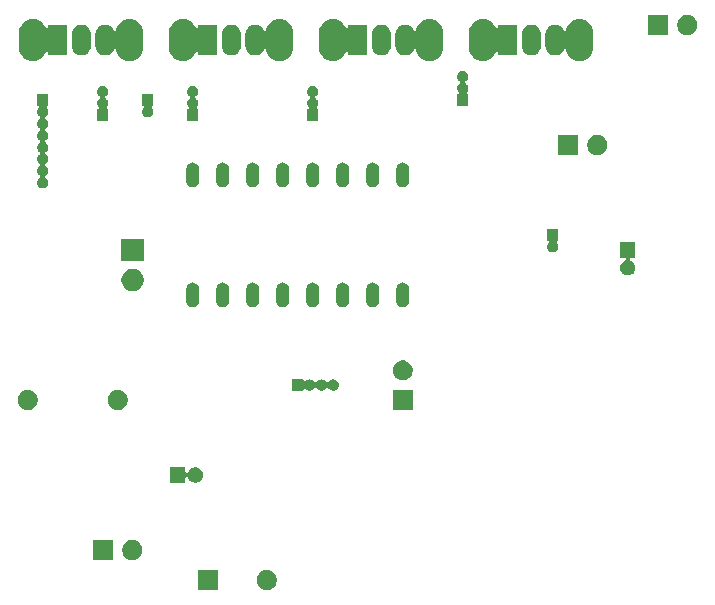
<source format=gbr>
G04 #@! TF.GenerationSoftware,KiCad,Pcbnew,(5.1.5)-3*
G04 #@! TF.CreationDate,2020-04-10T15:09:37-04:00*
G04 #@! TF.ProjectId,final_project,66696e61-6c5f-4707-926f-6a6563742e6b,rev?*
G04 #@! TF.SameCoordinates,Original*
G04 #@! TF.FileFunction,Soldermask,Bot*
G04 #@! TF.FilePolarity,Negative*
%FSLAX46Y46*%
G04 Gerber Fmt 4.6, Leading zero omitted, Abs format (unit mm)*
G04 Created by KiCad (PCBNEW (5.1.5)-3) date 2020-04-10 15:09:37*
%MOMM*%
%LPD*%
G04 APERTURE LIST*
%ADD10C,0.100000*%
G04 APERTURE END LIST*
D10*
G36*
X130978228Y-107131703D02*
G01*
X131133100Y-107195853D01*
X131272481Y-107288985D01*
X131391015Y-107407519D01*
X131484147Y-107546900D01*
X131548297Y-107701772D01*
X131581000Y-107866184D01*
X131581000Y-108033816D01*
X131548297Y-108198228D01*
X131484147Y-108353100D01*
X131391015Y-108492481D01*
X131272481Y-108611015D01*
X131133100Y-108704147D01*
X130978228Y-108768297D01*
X130813816Y-108801000D01*
X130646184Y-108801000D01*
X130481772Y-108768297D01*
X130326900Y-108704147D01*
X130187519Y-108611015D01*
X130068985Y-108492481D01*
X129975853Y-108353100D01*
X129911703Y-108198228D01*
X129879000Y-108033816D01*
X129879000Y-107866184D01*
X129911703Y-107701772D01*
X129975853Y-107546900D01*
X130068985Y-107407519D01*
X130187519Y-107288985D01*
X130326900Y-107195853D01*
X130481772Y-107131703D01*
X130646184Y-107099000D01*
X130813816Y-107099000D01*
X130978228Y-107131703D01*
G37*
G36*
X126581000Y-108801000D02*
G01*
X124879000Y-108801000D01*
X124879000Y-107099000D01*
X126581000Y-107099000D01*
X126581000Y-108801000D01*
G37*
G36*
X119588228Y-104591703D02*
G01*
X119743100Y-104655853D01*
X119882481Y-104748985D01*
X120001015Y-104867519D01*
X120094147Y-105006900D01*
X120158297Y-105161772D01*
X120191000Y-105326184D01*
X120191000Y-105493816D01*
X120158297Y-105658228D01*
X120094147Y-105813100D01*
X120001015Y-105952481D01*
X119882481Y-106071015D01*
X119743100Y-106164147D01*
X119588228Y-106228297D01*
X119423816Y-106261000D01*
X119256184Y-106261000D01*
X119091772Y-106228297D01*
X118936900Y-106164147D01*
X118797519Y-106071015D01*
X118678985Y-105952481D01*
X118585853Y-105813100D01*
X118521703Y-105658228D01*
X118489000Y-105493816D01*
X118489000Y-105326184D01*
X118521703Y-105161772D01*
X118585853Y-105006900D01*
X118678985Y-104867519D01*
X118797519Y-104748985D01*
X118936900Y-104655853D01*
X119091772Y-104591703D01*
X119256184Y-104559000D01*
X119423816Y-104559000D01*
X119588228Y-104591703D01*
G37*
G36*
X117691000Y-106261000D02*
G01*
X115989000Y-106261000D01*
X115989000Y-104559000D01*
X117691000Y-104559000D01*
X117691000Y-106261000D01*
G37*
G36*
X123841000Y-98780109D02*
G01*
X123843402Y-98804495D01*
X123850515Y-98827944D01*
X123862066Y-98849555D01*
X123877611Y-98868497D01*
X123896553Y-98884042D01*
X123918164Y-98895593D01*
X123941613Y-98902706D01*
X123965999Y-98905108D01*
X123990385Y-98902706D01*
X124013834Y-98895593D01*
X124035445Y-98884042D01*
X124054387Y-98868497D01*
X124069932Y-98849555D01*
X124081483Y-98827944D01*
X124113090Y-98751638D01*
X124184335Y-98645012D01*
X124275012Y-98554335D01*
X124381636Y-98483091D01*
X124500110Y-98434017D01*
X124625881Y-98409000D01*
X124754119Y-98409000D01*
X124879890Y-98434017D01*
X124998364Y-98483091D01*
X125104988Y-98554335D01*
X125195665Y-98645012D01*
X125266909Y-98751636D01*
X125315983Y-98870110D01*
X125341000Y-98995882D01*
X125341000Y-99124118D01*
X125315983Y-99249890D01*
X125266909Y-99368364D01*
X125195665Y-99474988D01*
X125104988Y-99565665D01*
X124998364Y-99636909D01*
X124998363Y-99636910D01*
X124998362Y-99636910D01*
X124879890Y-99685983D01*
X124754119Y-99711000D01*
X124625881Y-99711000D01*
X124500110Y-99685983D01*
X124381638Y-99636910D01*
X124381637Y-99636910D01*
X124381636Y-99636909D01*
X124275012Y-99565665D01*
X124184335Y-99474988D01*
X124113091Y-99368364D01*
X124081483Y-99292055D01*
X124069932Y-99270445D01*
X124054387Y-99251503D01*
X124035445Y-99235958D01*
X124013834Y-99224407D01*
X123990385Y-99217294D01*
X123965999Y-99214892D01*
X123941613Y-99217294D01*
X123918164Y-99224407D01*
X123896553Y-99235958D01*
X123877611Y-99251503D01*
X123862066Y-99270445D01*
X123850515Y-99292056D01*
X123843402Y-99315505D01*
X123841000Y-99339891D01*
X123841000Y-99711000D01*
X122539000Y-99711000D01*
X122539000Y-98409000D01*
X123841000Y-98409000D01*
X123841000Y-98780109D01*
G37*
G36*
X143091000Y-93561000D02*
G01*
X141389000Y-93561000D01*
X141389000Y-91859000D01*
X143091000Y-91859000D01*
X143091000Y-93561000D01*
G37*
G36*
X118358228Y-91891703D02*
G01*
X118513100Y-91955853D01*
X118652481Y-92048985D01*
X118771015Y-92167519D01*
X118864147Y-92306900D01*
X118928297Y-92461772D01*
X118961000Y-92626184D01*
X118961000Y-92793816D01*
X118928297Y-92958228D01*
X118864147Y-93113100D01*
X118771015Y-93252481D01*
X118652481Y-93371015D01*
X118513100Y-93464147D01*
X118358228Y-93528297D01*
X118193816Y-93561000D01*
X118026184Y-93561000D01*
X117861772Y-93528297D01*
X117706900Y-93464147D01*
X117567519Y-93371015D01*
X117448985Y-93252481D01*
X117355853Y-93113100D01*
X117291703Y-92958228D01*
X117259000Y-92793816D01*
X117259000Y-92626184D01*
X117291703Y-92461772D01*
X117355853Y-92306900D01*
X117448985Y-92167519D01*
X117567519Y-92048985D01*
X117706900Y-91955853D01*
X117861772Y-91891703D01*
X118026184Y-91859000D01*
X118193816Y-91859000D01*
X118358228Y-91891703D01*
G37*
G36*
X110738228Y-91891703D02*
G01*
X110893100Y-91955853D01*
X111032481Y-92048985D01*
X111151015Y-92167519D01*
X111244147Y-92306900D01*
X111308297Y-92461772D01*
X111341000Y-92626184D01*
X111341000Y-92793816D01*
X111308297Y-92958228D01*
X111244147Y-93113100D01*
X111151015Y-93252481D01*
X111032481Y-93371015D01*
X110893100Y-93464147D01*
X110738228Y-93528297D01*
X110573816Y-93561000D01*
X110406184Y-93561000D01*
X110241772Y-93528297D01*
X110086900Y-93464147D01*
X109947519Y-93371015D01*
X109828985Y-93252481D01*
X109735853Y-93113100D01*
X109671703Y-92958228D01*
X109639000Y-92793816D01*
X109639000Y-92626184D01*
X109671703Y-92461772D01*
X109735853Y-92306900D01*
X109828985Y-92167519D01*
X109947519Y-92048985D01*
X110086900Y-91955853D01*
X110241772Y-91891703D01*
X110406184Y-91859000D01*
X110573816Y-91859000D01*
X110738228Y-91891703D01*
G37*
G36*
X133826000Y-90989060D02*
G01*
X133828402Y-91013446D01*
X133835515Y-91036895D01*
X133847066Y-91058506D01*
X133862611Y-91077448D01*
X133881553Y-91092993D01*
X133903164Y-91104544D01*
X133926613Y-91111657D01*
X133950999Y-91114059D01*
X133975385Y-91111657D01*
X133998834Y-91104544D01*
X134020445Y-91092993D01*
X134039387Y-91077448D01*
X134046568Y-91070267D01*
X134060437Y-91061000D01*
X134124530Y-91018174D01*
X134160412Y-91003311D01*
X134211157Y-90982292D01*
X134303117Y-90964000D01*
X134396883Y-90964000D01*
X134488843Y-90982292D01*
X134539588Y-91003311D01*
X134575470Y-91018174D01*
X134639563Y-91061000D01*
X134653432Y-91070267D01*
X134719735Y-91136570D01*
X134746067Y-91175979D01*
X134761612Y-91194921D01*
X134780554Y-91210466D01*
X134802164Y-91222018D01*
X134825613Y-91229131D01*
X134849999Y-91231533D01*
X134874385Y-91229131D01*
X134897834Y-91222018D01*
X134919445Y-91210467D01*
X134938387Y-91194922D01*
X134953933Y-91175979D01*
X134980265Y-91136570D01*
X135046568Y-91070267D01*
X135060437Y-91061000D01*
X135124530Y-91018174D01*
X135160412Y-91003311D01*
X135211157Y-90982292D01*
X135303117Y-90964000D01*
X135396883Y-90964000D01*
X135488843Y-90982292D01*
X135539588Y-91003311D01*
X135575470Y-91018174D01*
X135639563Y-91061000D01*
X135653432Y-91070267D01*
X135719735Y-91136570D01*
X135746067Y-91175979D01*
X135761612Y-91194921D01*
X135780554Y-91210466D01*
X135802164Y-91222018D01*
X135825613Y-91229131D01*
X135849999Y-91231533D01*
X135874385Y-91229131D01*
X135897834Y-91222018D01*
X135919445Y-91210467D01*
X135938387Y-91194922D01*
X135953933Y-91175979D01*
X135980265Y-91136570D01*
X136046568Y-91070267D01*
X136060437Y-91061000D01*
X136124530Y-91018174D01*
X136160412Y-91003311D01*
X136211157Y-90982292D01*
X136303117Y-90964000D01*
X136396883Y-90964000D01*
X136488843Y-90982292D01*
X136539588Y-91003311D01*
X136575470Y-91018174D01*
X136653432Y-91070267D01*
X136719733Y-91136568D01*
X136771826Y-91214530D01*
X136777874Y-91229131D01*
X136807708Y-91301157D01*
X136826000Y-91393117D01*
X136826000Y-91486883D01*
X136807708Y-91578843D01*
X136786689Y-91629588D01*
X136771826Y-91665470D01*
X136719733Y-91743432D01*
X136653432Y-91809733D01*
X136575470Y-91861826D01*
X136564055Y-91866554D01*
X136488843Y-91897708D01*
X136396883Y-91916000D01*
X136303117Y-91916000D01*
X136211157Y-91897708D01*
X136135945Y-91866554D01*
X136124530Y-91861826D01*
X136046568Y-91809733D01*
X135980265Y-91743430D01*
X135953933Y-91704021D01*
X135938388Y-91685079D01*
X135919446Y-91669534D01*
X135897836Y-91657982D01*
X135874387Y-91650869D01*
X135850001Y-91648467D01*
X135825615Y-91650869D01*
X135802166Y-91657982D01*
X135780555Y-91669533D01*
X135761613Y-91685078D01*
X135746067Y-91704021D01*
X135719735Y-91743430D01*
X135653432Y-91809733D01*
X135575470Y-91861826D01*
X135564055Y-91866554D01*
X135488843Y-91897708D01*
X135396883Y-91916000D01*
X135303117Y-91916000D01*
X135211157Y-91897708D01*
X135135945Y-91866554D01*
X135124530Y-91861826D01*
X135046568Y-91809733D01*
X134980265Y-91743430D01*
X134953933Y-91704021D01*
X134938388Y-91685079D01*
X134919446Y-91669534D01*
X134897836Y-91657982D01*
X134874387Y-91650869D01*
X134850001Y-91648467D01*
X134825615Y-91650869D01*
X134802166Y-91657982D01*
X134780555Y-91669533D01*
X134761613Y-91685078D01*
X134746067Y-91704021D01*
X134719735Y-91743430D01*
X134653432Y-91809733D01*
X134575470Y-91861826D01*
X134564055Y-91866554D01*
X134488843Y-91897708D01*
X134396883Y-91916000D01*
X134303117Y-91916000D01*
X134211157Y-91897708D01*
X134135945Y-91866554D01*
X134124530Y-91861826D01*
X134046568Y-91809733D01*
X134039387Y-91802552D01*
X134020445Y-91787007D01*
X133998834Y-91775456D01*
X133975385Y-91768343D01*
X133950999Y-91765941D01*
X133926613Y-91768343D01*
X133903164Y-91775456D01*
X133881553Y-91787007D01*
X133862611Y-91802552D01*
X133847066Y-91821494D01*
X133835515Y-91843105D01*
X133828402Y-91866554D01*
X133826000Y-91890940D01*
X133826000Y-91916000D01*
X132874000Y-91916000D01*
X132874000Y-90964000D01*
X133826000Y-90964000D01*
X133826000Y-90989060D01*
G37*
G36*
X142488228Y-89391703D02*
G01*
X142643100Y-89455853D01*
X142782481Y-89548985D01*
X142901015Y-89667519D01*
X142994147Y-89806900D01*
X143058297Y-89961772D01*
X143091000Y-90126184D01*
X143091000Y-90293816D01*
X143058297Y-90458228D01*
X142994147Y-90613100D01*
X142901015Y-90752481D01*
X142782481Y-90871015D01*
X142643100Y-90964147D01*
X142488228Y-91028297D01*
X142323816Y-91061000D01*
X142156184Y-91061000D01*
X141991772Y-91028297D01*
X141836900Y-90964147D01*
X141697519Y-90871015D01*
X141578985Y-90752481D01*
X141485853Y-90613100D01*
X141421703Y-90458228D01*
X141389000Y-90293816D01*
X141389000Y-90126184D01*
X141421703Y-89961772D01*
X141485853Y-89806900D01*
X141578985Y-89667519D01*
X141697519Y-89548985D01*
X141836900Y-89455853D01*
X141991772Y-89391703D01*
X142156184Y-89359000D01*
X142323816Y-89359000D01*
X142488228Y-89391703D01*
G37*
G36*
X124569973Y-82777117D02*
G01*
X124675727Y-82809197D01*
X124773182Y-82861288D01*
X124858606Y-82931394D01*
X124928712Y-83016818D01*
X124980803Y-83114273D01*
X125012883Y-83220027D01*
X125021000Y-83302442D01*
X125021000Y-84337558D01*
X125012883Y-84419973D01*
X124980803Y-84525727D01*
X124928714Y-84623179D01*
X124928712Y-84623181D01*
X124928711Y-84623183D01*
X124858606Y-84708606D01*
X124773183Y-84778711D01*
X124773181Y-84778712D01*
X124675726Y-84830803D01*
X124569972Y-84862883D01*
X124460000Y-84873714D01*
X124350027Y-84862883D01*
X124244273Y-84830803D01*
X124146821Y-84778714D01*
X124146817Y-84778711D01*
X124061394Y-84708606D01*
X123991289Y-84623183D01*
X123939198Y-84525727D01*
X123939197Y-84525726D01*
X123907117Y-84419972D01*
X123899000Y-84337557D01*
X123899001Y-83302442D01*
X123907118Y-83220027D01*
X123939198Y-83114273D01*
X123991289Y-83016818D01*
X124061395Y-82931394D01*
X124146819Y-82861288D01*
X124244274Y-82809197D01*
X124350028Y-82777117D01*
X124460000Y-82766286D01*
X124569973Y-82777117D01*
G37*
G36*
X142349973Y-82777117D02*
G01*
X142455727Y-82809197D01*
X142553182Y-82861288D01*
X142638606Y-82931394D01*
X142708712Y-83016818D01*
X142760803Y-83114273D01*
X142792883Y-83220027D01*
X142801000Y-83302442D01*
X142801000Y-84337558D01*
X142792883Y-84419973D01*
X142760803Y-84525727D01*
X142708714Y-84623179D01*
X142708712Y-84623181D01*
X142708711Y-84623183D01*
X142638606Y-84708606D01*
X142553183Y-84778711D01*
X142553181Y-84778712D01*
X142455726Y-84830803D01*
X142349972Y-84862883D01*
X142240000Y-84873714D01*
X142130027Y-84862883D01*
X142024273Y-84830803D01*
X141926821Y-84778714D01*
X141926817Y-84778711D01*
X141841394Y-84708606D01*
X141771289Y-84623183D01*
X141719198Y-84525727D01*
X141719197Y-84525726D01*
X141687117Y-84419972D01*
X141679000Y-84337557D01*
X141679001Y-83302442D01*
X141687118Y-83220027D01*
X141719198Y-83114273D01*
X141771289Y-83016818D01*
X141841395Y-82931394D01*
X141926819Y-82861288D01*
X142024274Y-82809197D01*
X142130028Y-82777117D01*
X142240000Y-82766286D01*
X142349973Y-82777117D01*
G37*
G36*
X127109973Y-82777117D02*
G01*
X127215727Y-82809197D01*
X127313182Y-82861288D01*
X127398606Y-82931394D01*
X127468712Y-83016818D01*
X127520803Y-83114273D01*
X127552883Y-83220027D01*
X127561000Y-83302442D01*
X127561000Y-84337558D01*
X127552883Y-84419973D01*
X127520803Y-84525727D01*
X127468714Y-84623179D01*
X127468712Y-84623181D01*
X127468711Y-84623183D01*
X127398606Y-84708606D01*
X127313183Y-84778711D01*
X127313181Y-84778712D01*
X127215726Y-84830803D01*
X127109972Y-84862883D01*
X127000000Y-84873714D01*
X126890027Y-84862883D01*
X126784273Y-84830803D01*
X126686821Y-84778714D01*
X126686817Y-84778711D01*
X126601394Y-84708606D01*
X126531289Y-84623183D01*
X126479198Y-84525727D01*
X126479197Y-84525726D01*
X126447117Y-84419972D01*
X126439000Y-84337557D01*
X126439001Y-83302442D01*
X126447118Y-83220027D01*
X126479198Y-83114273D01*
X126531289Y-83016818D01*
X126601395Y-82931394D01*
X126686819Y-82861288D01*
X126784274Y-82809197D01*
X126890028Y-82777117D01*
X127000000Y-82766286D01*
X127109973Y-82777117D01*
G37*
G36*
X139809973Y-82777117D02*
G01*
X139915727Y-82809197D01*
X140013182Y-82861288D01*
X140098606Y-82931394D01*
X140168712Y-83016818D01*
X140220803Y-83114273D01*
X140252883Y-83220027D01*
X140261000Y-83302442D01*
X140261000Y-84337558D01*
X140252883Y-84419973D01*
X140220803Y-84525727D01*
X140168714Y-84623179D01*
X140168712Y-84623181D01*
X140168711Y-84623183D01*
X140098606Y-84708606D01*
X140013183Y-84778711D01*
X140013181Y-84778712D01*
X139915726Y-84830803D01*
X139809972Y-84862883D01*
X139700000Y-84873714D01*
X139590027Y-84862883D01*
X139484273Y-84830803D01*
X139386821Y-84778714D01*
X139386817Y-84778711D01*
X139301394Y-84708606D01*
X139231289Y-84623183D01*
X139179198Y-84525727D01*
X139179197Y-84525726D01*
X139147117Y-84419972D01*
X139139000Y-84337557D01*
X139139001Y-83302442D01*
X139147118Y-83220027D01*
X139179198Y-83114273D01*
X139231289Y-83016818D01*
X139301395Y-82931394D01*
X139386819Y-82861288D01*
X139484274Y-82809197D01*
X139590028Y-82777117D01*
X139700000Y-82766286D01*
X139809973Y-82777117D01*
G37*
G36*
X129649973Y-82777117D02*
G01*
X129755727Y-82809197D01*
X129853182Y-82861288D01*
X129938606Y-82931394D01*
X130008712Y-83016818D01*
X130060803Y-83114273D01*
X130092883Y-83220027D01*
X130101000Y-83302442D01*
X130101000Y-84337558D01*
X130092883Y-84419973D01*
X130060803Y-84525727D01*
X130008714Y-84623179D01*
X130008712Y-84623181D01*
X130008711Y-84623183D01*
X129938606Y-84708606D01*
X129853183Y-84778711D01*
X129853181Y-84778712D01*
X129755726Y-84830803D01*
X129649972Y-84862883D01*
X129540000Y-84873714D01*
X129430027Y-84862883D01*
X129324273Y-84830803D01*
X129226821Y-84778714D01*
X129226817Y-84778711D01*
X129141394Y-84708606D01*
X129071289Y-84623183D01*
X129019198Y-84525727D01*
X129019197Y-84525726D01*
X128987117Y-84419972D01*
X128979000Y-84337557D01*
X128979001Y-83302442D01*
X128987118Y-83220027D01*
X129019198Y-83114273D01*
X129071289Y-83016818D01*
X129141395Y-82931394D01*
X129226819Y-82861288D01*
X129324274Y-82809197D01*
X129430028Y-82777117D01*
X129540000Y-82766286D01*
X129649973Y-82777117D01*
G37*
G36*
X137269973Y-82777117D02*
G01*
X137375727Y-82809197D01*
X137473182Y-82861288D01*
X137558606Y-82931394D01*
X137628712Y-83016818D01*
X137680803Y-83114273D01*
X137712883Y-83220027D01*
X137721000Y-83302442D01*
X137721000Y-84337558D01*
X137712883Y-84419973D01*
X137680803Y-84525727D01*
X137628714Y-84623179D01*
X137628712Y-84623181D01*
X137628711Y-84623183D01*
X137558606Y-84708606D01*
X137473183Y-84778711D01*
X137473181Y-84778712D01*
X137375726Y-84830803D01*
X137269972Y-84862883D01*
X137160000Y-84873714D01*
X137050027Y-84862883D01*
X136944273Y-84830803D01*
X136846821Y-84778714D01*
X136846817Y-84778711D01*
X136761394Y-84708606D01*
X136691289Y-84623183D01*
X136639198Y-84525727D01*
X136639197Y-84525726D01*
X136607117Y-84419972D01*
X136599000Y-84337557D01*
X136599001Y-83302442D01*
X136607118Y-83220027D01*
X136639198Y-83114273D01*
X136691289Y-83016818D01*
X136761395Y-82931394D01*
X136846819Y-82861288D01*
X136944274Y-82809197D01*
X137050028Y-82777117D01*
X137160000Y-82766286D01*
X137269973Y-82777117D01*
G37*
G36*
X132189973Y-82777117D02*
G01*
X132295727Y-82809197D01*
X132393182Y-82861288D01*
X132478606Y-82931394D01*
X132548712Y-83016818D01*
X132600803Y-83114273D01*
X132632883Y-83220027D01*
X132641000Y-83302442D01*
X132641000Y-84337558D01*
X132632883Y-84419973D01*
X132600803Y-84525727D01*
X132548714Y-84623179D01*
X132548712Y-84623181D01*
X132548711Y-84623183D01*
X132478606Y-84708606D01*
X132393183Y-84778711D01*
X132393181Y-84778712D01*
X132295726Y-84830803D01*
X132189972Y-84862883D01*
X132080000Y-84873714D01*
X131970027Y-84862883D01*
X131864273Y-84830803D01*
X131766821Y-84778714D01*
X131766817Y-84778711D01*
X131681394Y-84708606D01*
X131611289Y-84623183D01*
X131559198Y-84525727D01*
X131559197Y-84525726D01*
X131527117Y-84419972D01*
X131519000Y-84337557D01*
X131519001Y-83302442D01*
X131527118Y-83220027D01*
X131559198Y-83114273D01*
X131611289Y-83016818D01*
X131681395Y-82931394D01*
X131766819Y-82861288D01*
X131864274Y-82809197D01*
X131970028Y-82777117D01*
X132080000Y-82766286D01*
X132189973Y-82777117D01*
G37*
G36*
X134729973Y-82777117D02*
G01*
X134835727Y-82809197D01*
X134933182Y-82861288D01*
X135018606Y-82931394D01*
X135088712Y-83016818D01*
X135140803Y-83114273D01*
X135172883Y-83220027D01*
X135181000Y-83302442D01*
X135181000Y-84337558D01*
X135172883Y-84419973D01*
X135140803Y-84525727D01*
X135088714Y-84623179D01*
X135088712Y-84623181D01*
X135088711Y-84623183D01*
X135018606Y-84708606D01*
X134933183Y-84778711D01*
X134933181Y-84778712D01*
X134835726Y-84830803D01*
X134729972Y-84862883D01*
X134620000Y-84873714D01*
X134510027Y-84862883D01*
X134404273Y-84830803D01*
X134306821Y-84778714D01*
X134306817Y-84778711D01*
X134221394Y-84708606D01*
X134151289Y-84623183D01*
X134099198Y-84525727D01*
X134099197Y-84525726D01*
X134067117Y-84419972D01*
X134059000Y-84337557D01*
X134059001Y-83302442D01*
X134067118Y-83220027D01*
X134099198Y-83114273D01*
X134151289Y-83016818D01*
X134221395Y-82931394D01*
X134306819Y-82861288D01*
X134404274Y-82809197D01*
X134510028Y-82777117D01*
X134620000Y-82766286D01*
X134729973Y-82777117D01*
G37*
G36*
X119657395Y-81635546D02*
G01*
X119830466Y-81707234D01*
X119830467Y-81707235D01*
X119986227Y-81811310D01*
X120118690Y-81943773D01*
X120118691Y-81943775D01*
X120222766Y-82099534D01*
X120294454Y-82272605D01*
X120331000Y-82456333D01*
X120331000Y-82643667D01*
X120294454Y-82827395D01*
X120222766Y-83000466D01*
X120211840Y-83016818D01*
X120118690Y-83156227D01*
X119986227Y-83288690D01*
X119965641Y-83302445D01*
X119830466Y-83392766D01*
X119657395Y-83464454D01*
X119473667Y-83501000D01*
X119286333Y-83501000D01*
X119102605Y-83464454D01*
X118929534Y-83392766D01*
X118794359Y-83302445D01*
X118773773Y-83288690D01*
X118641310Y-83156227D01*
X118548160Y-83016818D01*
X118537234Y-83000466D01*
X118465546Y-82827395D01*
X118429000Y-82643667D01*
X118429000Y-82456333D01*
X118465546Y-82272605D01*
X118537234Y-82099534D01*
X118641309Y-81943775D01*
X118641310Y-81943773D01*
X118773773Y-81811310D01*
X118929533Y-81707235D01*
X118929534Y-81707234D01*
X119102605Y-81635546D01*
X119286333Y-81599000D01*
X119473667Y-81599000D01*
X119657395Y-81635546D01*
G37*
G36*
X161941000Y-80661000D02*
G01*
X161569891Y-80661000D01*
X161545505Y-80663402D01*
X161522056Y-80670515D01*
X161500445Y-80682066D01*
X161481503Y-80697611D01*
X161465958Y-80716553D01*
X161454407Y-80738164D01*
X161447294Y-80761613D01*
X161444892Y-80785999D01*
X161447294Y-80810385D01*
X161454407Y-80833834D01*
X161465958Y-80855445D01*
X161481503Y-80874387D01*
X161500445Y-80889932D01*
X161522055Y-80901483D01*
X161598364Y-80933091D01*
X161704988Y-81004335D01*
X161795665Y-81095012D01*
X161866909Y-81201636D01*
X161915983Y-81320110D01*
X161941000Y-81445882D01*
X161941000Y-81574118D01*
X161915983Y-81699890D01*
X161866909Y-81818364D01*
X161795665Y-81924988D01*
X161704988Y-82015665D01*
X161598364Y-82086909D01*
X161598363Y-82086910D01*
X161598362Y-82086910D01*
X161479890Y-82135983D01*
X161354119Y-82161000D01*
X161225881Y-82161000D01*
X161100110Y-82135983D01*
X160981638Y-82086910D01*
X160981637Y-82086910D01*
X160981636Y-82086909D01*
X160875012Y-82015665D01*
X160784335Y-81924988D01*
X160713091Y-81818364D01*
X160664017Y-81699890D01*
X160639000Y-81574118D01*
X160639000Y-81445882D01*
X160664017Y-81320110D01*
X160713091Y-81201636D01*
X160784335Y-81095012D01*
X160875012Y-81004335D01*
X160981636Y-80933091D01*
X161057945Y-80901483D01*
X161079555Y-80889932D01*
X161098497Y-80874387D01*
X161114042Y-80855445D01*
X161125593Y-80833834D01*
X161132706Y-80810385D01*
X161135108Y-80785999D01*
X161132706Y-80761613D01*
X161125593Y-80738164D01*
X161114042Y-80716553D01*
X161098497Y-80697611D01*
X161079555Y-80682066D01*
X161057944Y-80670515D01*
X161034495Y-80663402D01*
X161010109Y-80661000D01*
X160639000Y-80661000D01*
X160639000Y-79359000D01*
X161941000Y-79359000D01*
X161941000Y-80661000D01*
G37*
G36*
X120331000Y-80961000D02*
G01*
X118429000Y-80961000D01*
X118429000Y-79059000D01*
X120331000Y-79059000D01*
X120331000Y-80961000D01*
G37*
G36*
X155416000Y-79216000D02*
G01*
X155390940Y-79216000D01*
X155366554Y-79218402D01*
X155343105Y-79225515D01*
X155321494Y-79237066D01*
X155302552Y-79252611D01*
X155287007Y-79271553D01*
X155275456Y-79293164D01*
X155268343Y-79316613D01*
X155265941Y-79340999D01*
X155268343Y-79365385D01*
X155275456Y-79388834D01*
X155287007Y-79410445D01*
X155302552Y-79429387D01*
X155309733Y-79436568D01*
X155361826Y-79514530D01*
X155361826Y-79514531D01*
X155397708Y-79601157D01*
X155416000Y-79693117D01*
X155416000Y-79786883D01*
X155397708Y-79878843D01*
X155376689Y-79929588D01*
X155361826Y-79965470D01*
X155309733Y-80043432D01*
X155243432Y-80109733D01*
X155165470Y-80161826D01*
X155129588Y-80176689D01*
X155078843Y-80197708D01*
X154986883Y-80216000D01*
X154893117Y-80216000D01*
X154801157Y-80197708D01*
X154750412Y-80176689D01*
X154714530Y-80161826D01*
X154636568Y-80109733D01*
X154570267Y-80043432D01*
X154518174Y-79965470D01*
X154503311Y-79929588D01*
X154482292Y-79878843D01*
X154464000Y-79786883D01*
X154464000Y-79693117D01*
X154482292Y-79601157D01*
X154518174Y-79514531D01*
X154518174Y-79514530D01*
X154570267Y-79436568D01*
X154577448Y-79429387D01*
X154592993Y-79410445D01*
X154604544Y-79388834D01*
X154611657Y-79365385D01*
X154614059Y-79340999D01*
X154611657Y-79316613D01*
X154604544Y-79293164D01*
X154592993Y-79271553D01*
X154577448Y-79252611D01*
X154558506Y-79237066D01*
X154536895Y-79225515D01*
X154513446Y-79218402D01*
X154489060Y-79216000D01*
X154464000Y-79216000D01*
X154464000Y-78264000D01*
X155416000Y-78264000D01*
X155416000Y-79216000D01*
G37*
G36*
X112236000Y-67786000D02*
G01*
X112210940Y-67786000D01*
X112186554Y-67788402D01*
X112163105Y-67795515D01*
X112141494Y-67807066D01*
X112122552Y-67822611D01*
X112107007Y-67841553D01*
X112095456Y-67863164D01*
X112088343Y-67886613D01*
X112085941Y-67910999D01*
X112088343Y-67935385D01*
X112095456Y-67958834D01*
X112107007Y-67980445D01*
X112122552Y-67999387D01*
X112129733Y-68006568D01*
X112181826Y-68084530D01*
X112196689Y-68120412D01*
X112217708Y-68171157D01*
X112236000Y-68263117D01*
X112236000Y-68356883D01*
X112217708Y-68448843D01*
X112196689Y-68499588D01*
X112181826Y-68535470D01*
X112129733Y-68613432D01*
X112063430Y-68679735D01*
X112024021Y-68706067D01*
X112005079Y-68721612D01*
X111989534Y-68740554D01*
X111977982Y-68762164D01*
X111970869Y-68785613D01*
X111968467Y-68809999D01*
X111970869Y-68834385D01*
X111977982Y-68857834D01*
X111989533Y-68879445D01*
X112005078Y-68898387D01*
X112024021Y-68913933D01*
X112063430Y-68940265D01*
X112129733Y-69006568D01*
X112181826Y-69084530D01*
X112181826Y-69084531D01*
X112217708Y-69171157D01*
X112236000Y-69263117D01*
X112236000Y-69356883D01*
X112217708Y-69448843D01*
X112196689Y-69499588D01*
X112181826Y-69535470D01*
X112129733Y-69613432D01*
X112063430Y-69679735D01*
X112024021Y-69706067D01*
X112005079Y-69721612D01*
X111989534Y-69740554D01*
X111977982Y-69762164D01*
X111970869Y-69785613D01*
X111968467Y-69809999D01*
X111970869Y-69834385D01*
X111977982Y-69857834D01*
X111989533Y-69879445D01*
X112005078Y-69898387D01*
X112024021Y-69913933D01*
X112063430Y-69940265D01*
X112129733Y-70006568D01*
X112181826Y-70084530D01*
X112181826Y-70084531D01*
X112217708Y-70171157D01*
X112236000Y-70263117D01*
X112236000Y-70356883D01*
X112217708Y-70448843D01*
X112213507Y-70458985D01*
X112181826Y-70535470D01*
X112153729Y-70577520D01*
X112129733Y-70613432D01*
X112063430Y-70679735D01*
X112024021Y-70706067D01*
X112005079Y-70721612D01*
X111989534Y-70740554D01*
X111977982Y-70762164D01*
X111970869Y-70785613D01*
X111968467Y-70809999D01*
X111970869Y-70834385D01*
X111977982Y-70857834D01*
X111989533Y-70879445D01*
X112005078Y-70898387D01*
X112024021Y-70913933D01*
X112063430Y-70940265D01*
X112129733Y-71006568D01*
X112181826Y-71084530D01*
X112181826Y-71084531D01*
X112217708Y-71171157D01*
X112236000Y-71263117D01*
X112236000Y-71356883D01*
X112217708Y-71448843D01*
X112196689Y-71499588D01*
X112181826Y-71535470D01*
X112129733Y-71613432D01*
X112063430Y-71679735D01*
X112024021Y-71706067D01*
X112005079Y-71721612D01*
X111989534Y-71740554D01*
X111977982Y-71762164D01*
X111970869Y-71785613D01*
X111968467Y-71809999D01*
X111970869Y-71834385D01*
X111977982Y-71857834D01*
X111989533Y-71879445D01*
X112005078Y-71898387D01*
X112024021Y-71913933D01*
X112063430Y-71940265D01*
X112129733Y-72006568D01*
X112181826Y-72084530D01*
X112181826Y-72084531D01*
X112217708Y-72171157D01*
X112236000Y-72263117D01*
X112236000Y-72356883D01*
X112217708Y-72448843D01*
X112196689Y-72499588D01*
X112181826Y-72535470D01*
X112134508Y-72606286D01*
X112129733Y-72613432D01*
X112063430Y-72679735D01*
X112024021Y-72706067D01*
X112005079Y-72721612D01*
X111989534Y-72740554D01*
X111977982Y-72762164D01*
X111970869Y-72785613D01*
X111968467Y-72809999D01*
X111970869Y-72834385D01*
X111977982Y-72857834D01*
X111989533Y-72879445D01*
X112005078Y-72898387D01*
X112024021Y-72913933D01*
X112063430Y-72940265D01*
X112129733Y-73006568D01*
X112181826Y-73084530D01*
X112181826Y-73084531D01*
X112217708Y-73171157D01*
X112236000Y-73263117D01*
X112236000Y-73356883D01*
X112217708Y-73448843D01*
X112196689Y-73499588D01*
X112181826Y-73535470D01*
X112129733Y-73613432D01*
X112063430Y-73679735D01*
X112024021Y-73706067D01*
X112005079Y-73721612D01*
X111989534Y-73740554D01*
X111977982Y-73762164D01*
X111970869Y-73785613D01*
X111968467Y-73809999D01*
X111970869Y-73834385D01*
X111977982Y-73857834D01*
X111989533Y-73879445D01*
X112005078Y-73898387D01*
X112024021Y-73913933D01*
X112063430Y-73940265D01*
X112129733Y-74006568D01*
X112181826Y-74084530D01*
X112181826Y-74084531D01*
X112217708Y-74171157D01*
X112236000Y-74263117D01*
X112236000Y-74356883D01*
X112217708Y-74448843D01*
X112211769Y-74463181D01*
X112181826Y-74535470D01*
X112129733Y-74613432D01*
X112063432Y-74679733D01*
X111985470Y-74731826D01*
X111949588Y-74746689D01*
X111898843Y-74767708D01*
X111806883Y-74786000D01*
X111713117Y-74786000D01*
X111621157Y-74767708D01*
X111570412Y-74746689D01*
X111534530Y-74731826D01*
X111456568Y-74679733D01*
X111390267Y-74613432D01*
X111338174Y-74535470D01*
X111308231Y-74463181D01*
X111302292Y-74448843D01*
X111284000Y-74356883D01*
X111284000Y-74263117D01*
X111302292Y-74171157D01*
X111338174Y-74084531D01*
X111338174Y-74084530D01*
X111390267Y-74006568D01*
X111456570Y-73940265D01*
X111495979Y-73913933D01*
X111514921Y-73898388D01*
X111530466Y-73879446D01*
X111542018Y-73857836D01*
X111549131Y-73834387D01*
X111551533Y-73810001D01*
X111549131Y-73785615D01*
X111542018Y-73762166D01*
X111530467Y-73740555D01*
X111514922Y-73721613D01*
X111495979Y-73706067D01*
X111456570Y-73679735D01*
X111390267Y-73613432D01*
X111338174Y-73535470D01*
X111323311Y-73499588D01*
X111302292Y-73448843D01*
X111284000Y-73356883D01*
X111284000Y-73263117D01*
X111302292Y-73171157D01*
X111338174Y-73084531D01*
X111338174Y-73084530D01*
X111390267Y-73006568D01*
X111456570Y-72940265D01*
X111495979Y-72913933D01*
X111514921Y-72898388D01*
X111530466Y-72879446D01*
X111542018Y-72857836D01*
X111549131Y-72834387D01*
X111551533Y-72810001D01*
X111549131Y-72785615D01*
X111542018Y-72762166D01*
X111530467Y-72740555D01*
X111514922Y-72721613D01*
X111495979Y-72706067D01*
X111456570Y-72679735D01*
X111390267Y-72613432D01*
X111385492Y-72606286D01*
X111338174Y-72535470D01*
X111323311Y-72499588D01*
X111302292Y-72448843D01*
X111284000Y-72356883D01*
X111284000Y-72263117D01*
X111302292Y-72171157D01*
X111338174Y-72084531D01*
X111338174Y-72084530D01*
X111390267Y-72006568D01*
X111456570Y-71940265D01*
X111495979Y-71913933D01*
X111514921Y-71898388D01*
X111530466Y-71879446D01*
X111542018Y-71857836D01*
X111549131Y-71834387D01*
X111551533Y-71810001D01*
X111549131Y-71785615D01*
X111542018Y-71762166D01*
X111530467Y-71740555D01*
X111514922Y-71721613D01*
X111495979Y-71706067D01*
X111456570Y-71679735D01*
X111390267Y-71613432D01*
X111338174Y-71535470D01*
X111323311Y-71499588D01*
X111302292Y-71448843D01*
X111284000Y-71356883D01*
X111284000Y-71263117D01*
X111302292Y-71171157D01*
X111338174Y-71084531D01*
X111338174Y-71084530D01*
X111390267Y-71006568D01*
X111456570Y-70940265D01*
X111495979Y-70913933D01*
X111514921Y-70898388D01*
X111530466Y-70879446D01*
X111542018Y-70857836D01*
X111549131Y-70834387D01*
X111551533Y-70810001D01*
X111549131Y-70785615D01*
X111542018Y-70762166D01*
X111530467Y-70740555D01*
X111514922Y-70721613D01*
X111495979Y-70706067D01*
X111456570Y-70679735D01*
X111390267Y-70613432D01*
X111366271Y-70577520D01*
X111338174Y-70535470D01*
X111306493Y-70458985D01*
X111302292Y-70448843D01*
X111284000Y-70356883D01*
X111284000Y-70263117D01*
X111302292Y-70171157D01*
X111338174Y-70084531D01*
X111338174Y-70084530D01*
X111390267Y-70006568D01*
X111456570Y-69940265D01*
X111495979Y-69913933D01*
X111514921Y-69898388D01*
X111530466Y-69879446D01*
X111542018Y-69857836D01*
X111549131Y-69834387D01*
X111551533Y-69810001D01*
X111549131Y-69785615D01*
X111542018Y-69762166D01*
X111530467Y-69740555D01*
X111514922Y-69721613D01*
X111495979Y-69706067D01*
X111456570Y-69679735D01*
X111390267Y-69613432D01*
X111338174Y-69535470D01*
X111323311Y-69499588D01*
X111302292Y-69448843D01*
X111284000Y-69356883D01*
X111284000Y-69263117D01*
X111302292Y-69171157D01*
X111338174Y-69084531D01*
X111338174Y-69084530D01*
X111390267Y-69006568D01*
X111456570Y-68940265D01*
X111495979Y-68913933D01*
X111514921Y-68898388D01*
X111530466Y-68879446D01*
X111542018Y-68857836D01*
X111549131Y-68834387D01*
X111551533Y-68810001D01*
X111549131Y-68785615D01*
X111542018Y-68762166D01*
X111530467Y-68740555D01*
X111514922Y-68721613D01*
X111495979Y-68706067D01*
X111456570Y-68679735D01*
X111390267Y-68613432D01*
X111338174Y-68535470D01*
X111323311Y-68499588D01*
X111302292Y-68448843D01*
X111284000Y-68356883D01*
X111284000Y-68263117D01*
X111302292Y-68171157D01*
X111323311Y-68120412D01*
X111338174Y-68084530D01*
X111390267Y-68006568D01*
X111397448Y-67999387D01*
X111412993Y-67980445D01*
X111424544Y-67958834D01*
X111431657Y-67935385D01*
X111434059Y-67910999D01*
X111431657Y-67886613D01*
X111424544Y-67863164D01*
X111412993Y-67841553D01*
X111397448Y-67822611D01*
X111378506Y-67807066D01*
X111356895Y-67795515D01*
X111333446Y-67788402D01*
X111309060Y-67786000D01*
X111284000Y-67786000D01*
X111284000Y-66834000D01*
X112236000Y-66834000D01*
X112236000Y-67786000D01*
G37*
G36*
X127109973Y-72617117D02*
G01*
X127215727Y-72649197D01*
X127313182Y-72701288D01*
X127398606Y-72771394D01*
X127468712Y-72856818D01*
X127520803Y-72954273D01*
X127552883Y-73060027D01*
X127561000Y-73142442D01*
X127561000Y-74177558D01*
X127552883Y-74259973D01*
X127520803Y-74365727D01*
X127468714Y-74463179D01*
X127468712Y-74463181D01*
X127468711Y-74463183D01*
X127398606Y-74548606D01*
X127313183Y-74618711D01*
X127313181Y-74618712D01*
X127215726Y-74670803D01*
X127109972Y-74702883D01*
X127000000Y-74713714D01*
X126890027Y-74702883D01*
X126784273Y-74670803D01*
X126686821Y-74618714D01*
X126680385Y-74613432D01*
X126601394Y-74548606D01*
X126531289Y-74463183D01*
X126479198Y-74365727D01*
X126479197Y-74365726D01*
X126476515Y-74356883D01*
X126473225Y-74346037D01*
X126447117Y-74259972D01*
X126439000Y-74177557D01*
X126439001Y-73142442D01*
X126447118Y-73060027D01*
X126479198Y-72954273D01*
X126531289Y-72856818D01*
X126601395Y-72771394D01*
X126686819Y-72701288D01*
X126784274Y-72649197D01*
X126890028Y-72617117D01*
X127000000Y-72606286D01*
X127109973Y-72617117D01*
G37*
G36*
X129649973Y-72617117D02*
G01*
X129755727Y-72649197D01*
X129853182Y-72701288D01*
X129938606Y-72771394D01*
X130008712Y-72856818D01*
X130060803Y-72954273D01*
X130092883Y-73060027D01*
X130101000Y-73142442D01*
X130101000Y-74177558D01*
X130092883Y-74259973D01*
X130060803Y-74365727D01*
X130008714Y-74463179D01*
X130008712Y-74463181D01*
X130008711Y-74463183D01*
X129938606Y-74548606D01*
X129853183Y-74618711D01*
X129853181Y-74618712D01*
X129755726Y-74670803D01*
X129649972Y-74702883D01*
X129540000Y-74713714D01*
X129430027Y-74702883D01*
X129324273Y-74670803D01*
X129226821Y-74618714D01*
X129220385Y-74613432D01*
X129141394Y-74548606D01*
X129071289Y-74463183D01*
X129019198Y-74365727D01*
X129019197Y-74365726D01*
X129016515Y-74356883D01*
X129013225Y-74346037D01*
X128987117Y-74259972D01*
X128979000Y-74177557D01*
X128979001Y-73142442D01*
X128987118Y-73060027D01*
X129019198Y-72954273D01*
X129071289Y-72856818D01*
X129141395Y-72771394D01*
X129226819Y-72701288D01*
X129324274Y-72649197D01*
X129430028Y-72617117D01*
X129540000Y-72606286D01*
X129649973Y-72617117D01*
G37*
G36*
X132189973Y-72617117D02*
G01*
X132295727Y-72649197D01*
X132393182Y-72701288D01*
X132478606Y-72771394D01*
X132548712Y-72856818D01*
X132600803Y-72954273D01*
X132632883Y-73060027D01*
X132641000Y-73142442D01*
X132641000Y-74177558D01*
X132632883Y-74259973D01*
X132600803Y-74365727D01*
X132548714Y-74463179D01*
X132548712Y-74463181D01*
X132548711Y-74463183D01*
X132478606Y-74548606D01*
X132393183Y-74618711D01*
X132393181Y-74618712D01*
X132295726Y-74670803D01*
X132189972Y-74702883D01*
X132080000Y-74713714D01*
X131970027Y-74702883D01*
X131864273Y-74670803D01*
X131766821Y-74618714D01*
X131760385Y-74613432D01*
X131681394Y-74548606D01*
X131611289Y-74463183D01*
X131559198Y-74365727D01*
X131559197Y-74365726D01*
X131556515Y-74356883D01*
X131553225Y-74346037D01*
X131527117Y-74259972D01*
X131519000Y-74177557D01*
X131519001Y-73142442D01*
X131527118Y-73060027D01*
X131559198Y-72954273D01*
X131611289Y-72856818D01*
X131681395Y-72771394D01*
X131766819Y-72701288D01*
X131864274Y-72649197D01*
X131970028Y-72617117D01*
X132080000Y-72606286D01*
X132189973Y-72617117D01*
G37*
G36*
X134729973Y-72617117D02*
G01*
X134835727Y-72649197D01*
X134933182Y-72701288D01*
X135018606Y-72771394D01*
X135088712Y-72856818D01*
X135140803Y-72954273D01*
X135172883Y-73060027D01*
X135181000Y-73142442D01*
X135181000Y-74177558D01*
X135172883Y-74259973D01*
X135140803Y-74365727D01*
X135088714Y-74463179D01*
X135088712Y-74463181D01*
X135088711Y-74463183D01*
X135018606Y-74548606D01*
X134933183Y-74618711D01*
X134933181Y-74618712D01*
X134835726Y-74670803D01*
X134729972Y-74702883D01*
X134620000Y-74713714D01*
X134510027Y-74702883D01*
X134404273Y-74670803D01*
X134306821Y-74618714D01*
X134300385Y-74613432D01*
X134221394Y-74548606D01*
X134151289Y-74463183D01*
X134099198Y-74365727D01*
X134099197Y-74365726D01*
X134096515Y-74356883D01*
X134093225Y-74346037D01*
X134067117Y-74259972D01*
X134059000Y-74177557D01*
X134059001Y-73142442D01*
X134067118Y-73060027D01*
X134099198Y-72954273D01*
X134151289Y-72856818D01*
X134221395Y-72771394D01*
X134306819Y-72701288D01*
X134404274Y-72649197D01*
X134510028Y-72617117D01*
X134620000Y-72606286D01*
X134729973Y-72617117D01*
G37*
G36*
X139809973Y-72617117D02*
G01*
X139915727Y-72649197D01*
X140013182Y-72701288D01*
X140098606Y-72771394D01*
X140168712Y-72856818D01*
X140220803Y-72954273D01*
X140252883Y-73060027D01*
X140261000Y-73142442D01*
X140261000Y-74177558D01*
X140252883Y-74259973D01*
X140220803Y-74365727D01*
X140168714Y-74463179D01*
X140168712Y-74463181D01*
X140168711Y-74463183D01*
X140098606Y-74548606D01*
X140013183Y-74618711D01*
X140013181Y-74618712D01*
X139915726Y-74670803D01*
X139809972Y-74702883D01*
X139700000Y-74713714D01*
X139590027Y-74702883D01*
X139484273Y-74670803D01*
X139386821Y-74618714D01*
X139380385Y-74613432D01*
X139301394Y-74548606D01*
X139231289Y-74463183D01*
X139179198Y-74365727D01*
X139179197Y-74365726D01*
X139176515Y-74356883D01*
X139173225Y-74346037D01*
X139147117Y-74259972D01*
X139139000Y-74177557D01*
X139139001Y-73142442D01*
X139147118Y-73060027D01*
X139179198Y-72954273D01*
X139231289Y-72856818D01*
X139301395Y-72771394D01*
X139386819Y-72701288D01*
X139484274Y-72649197D01*
X139590028Y-72617117D01*
X139700000Y-72606286D01*
X139809973Y-72617117D01*
G37*
G36*
X137269973Y-72617117D02*
G01*
X137375727Y-72649197D01*
X137473182Y-72701288D01*
X137558606Y-72771394D01*
X137628712Y-72856818D01*
X137680803Y-72954273D01*
X137712883Y-73060027D01*
X137721000Y-73142442D01*
X137721000Y-74177558D01*
X137712883Y-74259973D01*
X137680803Y-74365727D01*
X137628714Y-74463179D01*
X137628712Y-74463181D01*
X137628711Y-74463183D01*
X137558606Y-74548606D01*
X137473183Y-74618711D01*
X137473181Y-74618712D01*
X137375726Y-74670803D01*
X137269972Y-74702883D01*
X137160000Y-74713714D01*
X137050027Y-74702883D01*
X136944273Y-74670803D01*
X136846821Y-74618714D01*
X136840385Y-74613432D01*
X136761394Y-74548606D01*
X136691289Y-74463183D01*
X136639198Y-74365727D01*
X136639197Y-74365726D01*
X136636515Y-74356883D01*
X136633225Y-74346037D01*
X136607117Y-74259972D01*
X136599000Y-74177557D01*
X136599001Y-73142442D01*
X136607118Y-73060027D01*
X136639198Y-72954273D01*
X136691289Y-72856818D01*
X136761395Y-72771394D01*
X136846819Y-72701288D01*
X136944274Y-72649197D01*
X137050028Y-72617117D01*
X137160000Y-72606286D01*
X137269973Y-72617117D01*
G37*
G36*
X124569973Y-72617117D02*
G01*
X124675727Y-72649197D01*
X124773182Y-72701288D01*
X124858606Y-72771394D01*
X124928712Y-72856818D01*
X124980803Y-72954273D01*
X125012883Y-73060027D01*
X125021000Y-73142442D01*
X125021000Y-74177558D01*
X125012883Y-74259973D01*
X124980803Y-74365727D01*
X124928714Y-74463179D01*
X124928712Y-74463181D01*
X124928711Y-74463183D01*
X124858606Y-74548606D01*
X124773183Y-74618711D01*
X124773181Y-74618712D01*
X124675726Y-74670803D01*
X124569972Y-74702883D01*
X124460000Y-74713714D01*
X124350027Y-74702883D01*
X124244273Y-74670803D01*
X124146821Y-74618714D01*
X124140385Y-74613432D01*
X124061394Y-74548606D01*
X123991289Y-74463183D01*
X123939198Y-74365727D01*
X123939197Y-74365726D01*
X123936515Y-74356883D01*
X123933225Y-74346037D01*
X123907117Y-74259972D01*
X123899000Y-74177557D01*
X123899001Y-73142442D01*
X123907118Y-73060027D01*
X123939198Y-72954273D01*
X123991289Y-72856818D01*
X124061395Y-72771394D01*
X124146819Y-72701288D01*
X124244274Y-72649197D01*
X124350028Y-72617117D01*
X124460000Y-72606286D01*
X124569973Y-72617117D01*
G37*
G36*
X142349973Y-72617117D02*
G01*
X142455727Y-72649197D01*
X142553182Y-72701288D01*
X142638606Y-72771394D01*
X142708712Y-72856818D01*
X142760803Y-72954273D01*
X142792883Y-73060027D01*
X142801000Y-73142442D01*
X142801000Y-74177558D01*
X142792883Y-74259973D01*
X142760803Y-74365727D01*
X142708714Y-74463179D01*
X142708712Y-74463181D01*
X142708711Y-74463183D01*
X142638606Y-74548606D01*
X142553183Y-74618711D01*
X142553181Y-74618712D01*
X142455726Y-74670803D01*
X142349972Y-74702883D01*
X142240000Y-74713714D01*
X142130027Y-74702883D01*
X142024273Y-74670803D01*
X141926821Y-74618714D01*
X141920385Y-74613432D01*
X141841394Y-74548606D01*
X141771289Y-74463183D01*
X141719198Y-74365727D01*
X141719197Y-74365726D01*
X141716515Y-74356883D01*
X141713225Y-74346037D01*
X141687117Y-74259972D01*
X141679000Y-74177557D01*
X141679001Y-73142442D01*
X141687118Y-73060027D01*
X141719198Y-72954273D01*
X141771289Y-72856818D01*
X141841395Y-72771394D01*
X141926819Y-72701288D01*
X142024274Y-72649197D01*
X142130028Y-72617117D01*
X142240000Y-72606286D01*
X142349973Y-72617117D01*
G37*
G36*
X158958228Y-70301703D02*
G01*
X159113100Y-70365853D01*
X159252481Y-70458985D01*
X159371015Y-70577519D01*
X159464147Y-70716900D01*
X159528297Y-70871772D01*
X159561000Y-71036184D01*
X159561000Y-71203816D01*
X159528297Y-71368228D01*
X159464147Y-71523100D01*
X159371015Y-71662481D01*
X159252481Y-71781015D01*
X159113100Y-71874147D01*
X158958228Y-71938297D01*
X158793816Y-71971000D01*
X158626184Y-71971000D01*
X158461772Y-71938297D01*
X158306900Y-71874147D01*
X158167519Y-71781015D01*
X158048985Y-71662481D01*
X157955853Y-71523100D01*
X157891703Y-71368228D01*
X157859000Y-71203816D01*
X157859000Y-71036184D01*
X157891703Y-70871772D01*
X157955853Y-70716900D01*
X158048985Y-70577519D01*
X158167519Y-70458985D01*
X158306900Y-70365853D01*
X158461772Y-70301703D01*
X158626184Y-70269000D01*
X158793816Y-70269000D01*
X158958228Y-70301703D01*
G37*
G36*
X157061000Y-71971000D02*
G01*
X155359000Y-71971000D01*
X155359000Y-70269000D01*
X157061000Y-70269000D01*
X157061000Y-71971000D01*
G37*
G36*
X124598843Y-66122292D02*
G01*
X124649588Y-66143311D01*
X124685470Y-66158174D01*
X124763432Y-66210267D01*
X124829733Y-66276568D01*
X124881826Y-66354530D01*
X124896689Y-66390412D01*
X124917708Y-66441157D01*
X124936000Y-66533117D01*
X124936000Y-66626883D01*
X124917708Y-66718843D01*
X124897468Y-66767707D01*
X124881826Y-66805470D01*
X124829733Y-66883432D01*
X124763430Y-66949735D01*
X124724021Y-66976067D01*
X124705079Y-66991612D01*
X124689534Y-67010554D01*
X124677982Y-67032164D01*
X124670869Y-67055613D01*
X124668467Y-67079999D01*
X124670869Y-67104385D01*
X124677982Y-67127834D01*
X124689533Y-67149445D01*
X124705078Y-67168387D01*
X124724021Y-67183933D01*
X124763430Y-67210265D01*
X124829733Y-67276568D01*
X124881826Y-67354530D01*
X124881826Y-67354531D01*
X124917708Y-67441157D01*
X124936000Y-67533117D01*
X124936000Y-67626883D01*
X124917708Y-67718843D01*
X124896689Y-67769588D01*
X124881826Y-67805470D01*
X124843276Y-67863164D01*
X124829733Y-67883432D01*
X124822552Y-67890613D01*
X124807007Y-67909555D01*
X124795456Y-67931166D01*
X124788343Y-67954615D01*
X124785941Y-67979001D01*
X124788343Y-68003387D01*
X124795456Y-68026836D01*
X124807007Y-68048447D01*
X124822552Y-68067389D01*
X124841494Y-68082934D01*
X124863105Y-68094485D01*
X124886554Y-68101598D01*
X124910940Y-68104000D01*
X124936000Y-68104000D01*
X124936000Y-69056000D01*
X123984000Y-69056000D01*
X123984000Y-68104000D01*
X124009060Y-68104000D01*
X124033446Y-68101598D01*
X124056895Y-68094485D01*
X124078506Y-68082934D01*
X124097448Y-68067389D01*
X124112993Y-68048447D01*
X124124544Y-68026836D01*
X124131657Y-68003387D01*
X124134059Y-67979001D01*
X124131657Y-67954615D01*
X124124544Y-67931166D01*
X124112993Y-67909555D01*
X124097448Y-67890613D01*
X124090267Y-67883432D01*
X124076724Y-67863164D01*
X124038174Y-67805470D01*
X124023311Y-67769588D01*
X124002292Y-67718843D01*
X123984000Y-67626883D01*
X123984000Y-67533117D01*
X124002292Y-67441157D01*
X124038174Y-67354531D01*
X124038174Y-67354530D01*
X124090267Y-67276568D01*
X124156570Y-67210265D01*
X124195979Y-67183933D01*
X124214921Y-67168388D01*
X124230466Y-67149446D01*
X124242018Y-67127836D01*
X124249131Y-67104387D01*
X124251533Y-67080001D01*
X124249131Y-67055615D01*
X124242018Y-67032166D01*
X124230467Y-67010555D01*
X124214922Y-66991613D01*
X124195979Y-66976067D01*
X124156570Y-66949735D01*
X124090267Y-66883432D01*
X124038174Y-66805470D01*
X124022532Y-66767707D01*
X124002292Y-66718843D01*
X123984000Y-66626883D01*
X123984000Y-66533117D01*
X124002292Y-66441157D01*
X124023311Y-66390412D01*
X124038174Y-66354530D01*
X124090267Y-66276568D01*
X124156568Y-66210267D01*
X124234530Y-66158174D01*
X124270412Y-66143311D01*
X124321157Y-66122292D01*
X124413117Y-66104000D01*
X124506883Y-66104000D01*
X124598843Y-66122292D01*
G37*
G36*
X116978843Y-66122292D02*
G01*
X117029588Y-66143311D01*
X117065470Y-66158174D01*
X117143432Y-66210267D01*
X117209733Y-66276568D01*
X117261826Y-66354530D01*
X117276689Y-66390412D01*
X117297708Y-66441157D01*
X117316000Y-66533117D01*
X117316000Y-66626883D01*
X117297708Y-66718843D01*
X117277468Y-66767707D01*
X117261826Y-66805470D01*
X117209733Y-66883432D01*
X117143430Y-66949735D01*
X117104021Y-66976067D01*
X117085079Y-66991612D01*
X117069534Y-67010554D01*
X117057982Y-67032164D01*
X117050869Y-67055613D01*
X117048467Y-67079999D01*
X117050869Y-67104385D01*
X117057982Y-67127834D01*
X117069533Y-67149445D01*
X117085078Y-67168387D01*
X117104021Y-67183933D01*
X117143430Y-67210265D01*
X117209733Y-67276568D01*
X117261826Y-67354530D01*
X117261826Y-67354531D01*
X117297708Y-67441157D01*
X117316000Y-67533117D01*
X117316000Y-67626883D01*
X117297708Y-67718843D01*
X117276689Y-67769588D01*
X117261826Y-67805470D01*
X117223276Y-67863164D01*
X117209733Y-67883432D01*
X117202552Y-67890613D01*
X117187007Y-67909555D01*
X117175456Y-67931166D01*
X117168343Y-67954615D01*
X117165941Y-67979001D01*
X117168343Y-68003387D01*
X117175456Y-68026836D01*
X117187007Y-68048447D01*
X117202552Y-68067389D01*
X117221494Y-68082934D01*
X117243105Y-68094485D01*
X117266554Y-68101598D01*
X117290940Y-68104000D01*
X117316000Y-68104000D01*
X117316000Y-69056000D01*
X116364000Y-69056000D01*
X116364000Y-68104000D01*
X116389060Y-68104000D01*
X116413446Y-68101598D01*
X116436895Y-68094485D01*
X116458506Y-68082934D01*
X116477448Y-68067389D01*
X116492993Y-68048447D01*
X116504544Y-68026836D01*
X116511657Y-68003387D01*
X116514059Y-67979001D01*
X116511657Y-67954615D01*
X116504544Y-67931166D01*
X116492993Y-67909555D01*
X116477448Y-67890613D01*
X116470267Y-67883432D01*
X116456724Y-67863164D01*
X116418174Y-67805470D01*
X116403311Y-67769588D01*
X116382292Y-67718843D01*
X116364000Y-67626883D01*
X116364000Y-67533117D01*
X116382292Y-67441157D01*
X116418174Y-67354531D01*
X116418174Y-67354530D01*
X116470267Y-67276568D01*
X116536570Y-67210265D01*
X116575979Y-67183933D01*
X116594921Y-67168388D01*
X116610466Y-67149446D01*
X116622018Y-67127836D01*
X116629131Y-67104387D01*
X116631533Y-67080001D01*
X116629131Y-67055615D01*
X116622018Y-67032166D01*
X116610467Y-67010555D01*
X116594922Y-66991613D01*
X116575979Y-66976067D01*
X116536570Y-66949735D01*
X116470267Y-66883432D01*
X116418174Y-66805470D01*
X116402532Y-66767707D01*
X116382292Y-66718843D01*
X116364000Y-66626883D01*
X116364000Y-66533117D01*
X116382292Y-66441157D01*
X116403311Y-66390412D01*
X116418174Y-66354530D01*
X116470267Y-66276568D01*
X116536568Y-66210267D01*
X116614530Y-66158174D01*
X116650412Y-66143311D01*
X116701157Y-66122292D01*
X116793117Y-66104000D01*
X116886883Y-66104000D01*
X116978843Y-66122292D01*
G37*
G36*
X134758843Y-66122292D02*
G01*
X134809588Y-66143311D01*
X134845470Y-66158174D01*
X134923432Y-66210267D01*
X134989733Y-66276568D01*
X135041826Y-66354530D01*
X135056689Y-66390412D01*
X135077708Y-66441157D01*
X135096000Y-66533117D01*
X135096000Y-66626883D01*
X135077708Y-66718843D01*
X135057468Y-66767707D01*
X135041826Y-66805470D01*
X134989733Y-66883432D01*
X134923430Y-66949735D01*
X134884021Y-66976067D01*
X134865079Y-66991612D01*
X134849534Y-67010554D01*
X134837982Y-67032164D01*
X134830869Y-67055613D01*
X134828467Y-67079999D01*
X134830869Y-67104385D01*
X134837982Y-67127834D01*
X134849533Y-67149445D01*
X134865078Y-67168387D01*
X134884021Y-67183933D01*
X134923430Y-67210265D01*
X134989733Y-67276568D01*
X135041826Y-67354530D01*
X135041826Y-67354531D01*
X135077708Y-67441157D01*
X135096000Y-67533117D01*
X135096000Y-67626883D01*
X135077708Y-67718843D01*
X135056689Y-67769588D01*
X135041826Y-67805470D01*
X135003276Y-67863164D01*
X134989733Y-67883432D01*
X134982552Y-67890613D01*
X134967007Y-67909555D01*
X134955456Y-67931166D01*
X134948343Y-67954615D01*
X134945941Y-67979001D01*
X134948343Y-68003387D01*
X134955456Y-68026836D01*
X134967007Y-68048447D01*
X134982552Y-68067389D01*
X135001494Y-68082934D01*
X135023105Y-68094485D01*
X135046554Y-68101598D01*
X135070940Y-68104000D01*
X135096000Y-68104000D01*
X135096000Y-69056000D01*
X134144000Y-69056000D01*
X134144000Y-68104000D01*
X134169060Y-68104000D01*
X134193446Y-68101598D01*
X134216895Y-68094485D01*
X134238506Y-68082934D01*
X134257448Y-68067389D01*
X134272993Y-68048447D01*
X134284544Y-68026836D01*
X134291657Y-68003387D01*
X134294059Y-67979001D01*
X134291657Y-67954615D01*
X134284544Y-67931166D01*
X134272993Y-67909555D01*
X134257448Y-67890613D01*
X134250267Y-67883432D01*
X134236724Y-67863164D01*
X134198174Y-67805470D01*
X134183311Y-67769588D01*
X134162292Y-67718843D01*
X134144000Y-67626883D01*
X134144000Y-67533117D01*
X134162292Y-67441157D01*
X134198174Y-67354531D01*
X134198174Y-67354530D01*
X134250267Y-67276568D01*
X134316570Y-67210265D01*
X134355979Y-67183933D01*
X134374921Y-67168388D01*
X134390466Y-67149446D01*
X134402018Y-67127836D01*
X134409131Y-67104387D01*
X134411533Y-67080001D01*
X134409131Y-67055615D01*
X134402018Y-67032166D01*
X134390467Y-67010555D01*
X134374922Y-66991613D01*
X134355979Y-66976067D01*
X134316570Y-66949735D01*
X134250267Y-66883432D01*
X134198174Y-66805470D01*
X134182532Y-66767707D01*
X134162292Y-66718843D01*
X134144000Y-66626883D01*
X134144000Y-66533117D01*
X134162292Y-66441157D01*
X134183311Y-66390412D01*
X134198174Y-66354530D01*
X134250267Y-66276568D01*
X134316568Y-66210267D01*
X134394530Y-66158174D01*
X134430412Y-66143311D01*
X134481157Y-66122292D01*
X134573117Y-66104000D01*
X134666883Y-66104000D01*
X134758843Y-66122292D01*
G37*
G36*
X121126000Y-67786000D02*
G01*
X121100940Y-67786000D01*
X121076554Y-67788402D01*
X121053105Y-67795515D01*
X121031494Y-67807066D01*
X121012552Y-67822611D01*
X120997007Y-67841553D01*
X120985456Y-67863164D01*
X120978343Y-67886613D01*
X120975941Y-67910999D01*
X120978343Y-67935385D01*
X120985456Y-67958834D01*
X120997007Y-67980445D01*
X121012552Y-67999387D01*
X121019733Y-68006568D01*
X121071826Y-68084530D01*
X121086689Y-68120412D01*
X121107708Y-68171157D01*
X121126000Y-68263117D01*
X121126000Y-68356883D01*
X121107708Y-68448843D01*
X121086689Y-68499588D01*
X121071826Y-68535470D01*
X121019733Y-68613432D01*
X120953432Y-68679733D01*
X120875470Y-68731826D01*
X120854398Y-68740554D01*
X120788843Y-68767708D01*
X120696883Y-68786000D01*
X120603117Y-68786000D01*
X120511157Y-68767708D01*
X120445602Y-68740554D01*
X120424530Y-68731826D01*
X120346568Y-68679733D01*
X120280267Y-68613432D01*
X120228174Y-68535470D01*
X120213311Y-68499588D01*
X120192292Y-68448843D01*
X120174000Y-68356883D01*
X120174000Y-68263117D01*
X120192292Y-68171157D01*
X120213311Y-68120412D01*
X120228174Y-68084530D01*
X120280267Y-68006568D01*
X120287448Y-67999387D01*
X120302993Y-67980445D01*
X120314544Y-67958834D01*
X120321657Y-67935385D01*
X120324059Y-67910999D01*
X120321657Y-67886613D01*
X120314544Y-67863164D01*
X120302993Y-67841553D01*
X120287448Y-67822611D01*
X120268506Y-67807066D01*
X120246895Y-67795515D01*
X120223446Y-67788402D01*
X120199060Y-67786000D01*
X120174000Y-67786000D01*
X120174000Y-66834000D01*
X121126000Y-66834000D01*
X121126000Y-67786000D01*
G37*
G36*
X147458843Y-64852292D02*
G01*
X147509588Y-64873311D01*
X147545470Y-64888174D01*
X147623432Y-64940267D01*
X147689733Y-65006568D01*
X147741826Y-65084530D01*
X147741826Y-65084531D01*
X147777708Y-65171157D01*
X147796000Y-65263117D01*
X147796000Y-65356883D01*
X147777708Y-65448843D01*
X147756689Y-65499588D01*
X147741826Y-65535470D01*
X147689733Y-65613432D01*
X147623430Y-65679735D01*
X147584021Y-65706067D01*
X147565079Y-65721612D01*
X147549534Y-65740554D01*
X147537982Y-65762164D01*
X147530869Y-65785613D01*
X147528467Y-65809999D01*
X147530869Y-65834385D01*
X147537982Y-65857834D01*
X147549533Y-65879445D01*
X147565078Y-65898387D01*
X147584021Y-65913933D01*
X147623430Y-65940265D01*
X147689733Y-66006568D01*
X147741826Y-66084530D01*
X147756689Y-66120412D01*
X147777708Y-66171157D01*
X147796000Y-66263117D01*
X147796000Y-66356883D01*
X147777708Y-66448843D01*
X147756689Y-66499588D01*
X147741826Y-66535470D01*
X147689733Y-66613432D01*
X147682552Y-66620613D01*
X147667007Y-66639555D01*
X147655456Y-66661166D01*
X147648343Y-66684615D01*
X147645941Y-66709001D01*
X147648343Y-66733387D01*
X147655456Y-66756836D01*
X147667007Y-66778447D01*
X147682552Y-66797389D01*
X147701494Y-66812934D01*
X147723105Y-66824485D01*
X147746554Y-66831598D01*
X147770940Y-66834000D01*
X147796000Y-66834000D01*
X147796000Y-67786000D01*
X146844000Y-67786000D01*
X146844000Y-66834000D01*
X146869060Y-66834000D01*
X146893446Y-66831598D01*
X146916895Y-66824485D01*
X146938506Y-66812934D01*
X146957448Y-66797389D01*
X146972993Y-66778447D01*
X146984544Y-66756836D01*
X146991657Y-66733387D01*
X146994059Y-66709001D01*
X146991657Y-66684615D01*
X146984544Y-66661166D01*
X146972993Y-66639555D01*
X146957448Y-66620613D01*
X146950267Y-66613432D01*
X146898174Y-66535470D01*
X146883311Y-66499588D01*
X146862292Y-66448843D01*
X146844000Y-66356883D01*
X146844000Y-66263117D01*
X146862292Y-66171157D01*
X146883311Y-66120412D01*
X146898174Y-66084530D01*
X146950267Y-66006568D01*
X147016570Y-65940265D01*
X147055979Y-65913933D01*
X147074921Y-65898388D01*
X147090466Y-65879446D01*
X147102018Y-65857836D01*
X147109131Y-65834387D01*
X147111533Y-65810001D01*
X147109131Y-65785615D01*
X147102018Y-65762166D01*
X147090467Y-65740555D01*
X147074922Y-65721613D01*
X147055979Y-65706067D01*
X147016570Y-65679735D01*
X146950267Y-65613432D01*
X146898174Y-65535470D01*
X146883311Y-65499588D01*
X146862292Y-65448843D01*
X146844000Y-65356883D01*
X146844000Y-65263117D01*
X146862292Y-65171157D01*
X146898174Y-65084531D01*
X146898174Y-65084530D01*
X146950267Y-65006568D01*
X147016568Y-64940267D01*
X147094530Y-64888174D01*
X147130412Y-64873311D01*
X147181157Y-64852292D01*
X147273117Y-64834000D01*
X147366883Y-64834000D01*
X147458843Y-64852292D01*
G37*
G36*
X123855634Y-60445654D02*
G01*
X124072599Y-60511470D01*
X124072601Y-60511471D01*
X124272553Y-60618347D01*
X124272555Y-60618348D01*
X124272554Y-60618348D01*
X124447818Y-60762182D01*
X124512652Y-60841183D01*
X124591653Y-60937445D01*
X124693762Y-61128479D01*
X124707375Y-61148853D01*
X124724702Y-61166180D01*
X124745077Y-61179794D01*
X124767715Y-61189172D01*
X124791749Y-61193952D01*
X124816253Y-61193952D01*
X124840286Y-61189172D01*
X124862925Y-61179794D01*
X124883299Y-61166181D01*
X124900626Y-61148854D01*
X124914240Y-61128479D01*
X124923618Y-61105841D01*
X124928398Y-61081807D01*
X124929000Y-61069555D01*
X124929000Y-60929000D01*
X126531000Y-60929000D01*
X126531000Y-63531000D01*
X124929000Y-63531000D01*
X124929000Y-63390445D01*
X124926598Y-63366059D01*
X124919485Y-63342610D01*
X124907934Y-63320999D01*
X124892389Y-63302057D01*
X124873447Y-63286512D01*
X124851836Y-63274961D01*
X124828387Y-63267848D01*
X124804001Y-63265446D01*
X124779615Y-63267848D01*
X124756166Y-63274961D01*
X124734555Y-63286512D01*
X124715613Y-63302057D01*
X124700068Y-63320999D01*
X124693762Y-63331521D01*
X124591653Y-63522555D01*
X124447818Y-63697818D01*
X124272555Y-63841653D01*
X124072602Y-63948529D01*
X124072600Y-63948530D01*
X123855635Y-64014346D01*
X123630000Y-64036569D01*
X123404366Y-64014346D01*
X123187401Y-63948530D01*
X123187399Y-63948529D01*
X122987446Y-63841653D01*
X122812183Y-63697818D01*
X122668348Y-63522554D01*
X122561471Y-63322602D01*
X122560985Y-63320999D01*
X122495654Y-63105635D01*
X122479000Y-62936543D01*
X122479000Y-61523458D01*
X122495654Y-61354366D01*
X122561470Y-61137401D01*
X122578339Y-61105841D01*
X122668347Y-60937447D01*
X122718624Y-60876184D01*
X122812182Y-60762182D01*
X122891183Y-60697348D01*
X122987445Y-60618347D01*
X123187398Y-60511471D01*
X123187400Y-60511470D01*
X123404365Y-60445654D01*
X123630000Y-60423431D01*
X123855634Y-60445654D01*
G37*
G36*
X119355634Y-60445654D02*
G01*
X119572599Y-60511470D01*
X119572601Y-60511471D01*
X119772553Y-60618347D01*
X119772555Y-60618348D01*
X119772554Y-60618348D01*
X119947818Y-60762182D01*
X120012652Y-60841183D01*
X120091653Y-60937445D01*
X120193762Y-61128479D01*
X120198530Y-61137400D01*
X120264346Y-61354365D01*
X120264346Y-61354366D01*
X120272440Y-61436540D01*
X120281000Y-61523457D01*
X120281000Y-62936543D01*
X120264346Y-63105635D01*
X120199016Y-63320999D01*
X120198529Y-63322602D01*
X120091653Y-63522555D01*
X119947818Y-63697818D01*
X119772555Y-63841653D01*
X119572602Y-63948529D01*
X119572600Y-63948530D01*
X119355635Y-64014346D01*
X119130000Y-64036569D01*
X118904366Y-64014346D01*
X118687401Y-63948530D01*
X118687399Y-63948529D01*
X118487446Y-63841653D01*
X118312183Y-63697818D01*
X118168348Y-63522554D01*
X118061471Y-63322602D01*
X118061470Y-63322600D01*
X117995654Y-63105635D01*
X117995654Y-63105631D01*
X117995012Y-63103516D01*
X117991091Y-63083803D01*
X117981715Y-63061164D01*
X117968101Y-63040790D01*
X117950775Y-63023462D01*
X117930401Y-63009848D01*
X117907762Y-63000470D01*
X117883729Y-62995689D01*
X117859225Y-62995689D01*
X117835191Y-63000469D01*
X117812552Y-63009845D01*
X117792178Y-63023459D01*
X117774850Y-63040785D01*
X117761235Y-63061161D01*
X117699229Y-63177165D01*
X117599133Y-63299133D01*
X117477165Y-63399229D01*
X117338013Y-63473608D01*
X117287682Y-63488875D01*
X117187023Y-63519410D01*
X117030000Y-63534875D01*
X116872978Y-63519410D01*
X116772319Y-63488875D01*
X116721988Y-63473608D01*
X116582836Y-63399229D01*
X116460868Y-63299133D01*
X116360772Y-63177165D01*
X116286393Y-63038013D01*
X116271126Y-62987682D01*
X116240591Y-62887023D01*
X116229001Y-62769345D01*
X116229000Y-61690656D01*
X116240590Y-61572978D01*
X116277848Y-61450154D01*
X116286392Y-61421988D01*
X116360771Y-61282836D01*
X116421999Y-61208229D01*
X116460867Y-61160867D01*
X116582835Y-61060771D01*
X116721987Y-60986392D01*
X116772318Y-60971125D01*
X116872977Y-60940590D01*
X117030000Y-60925125D01*
X117187022Y-60940590D01*
X117287681Y-60971125D01*
X117338012Y-60986392D01*
X117477164Y-61060771D01*
X117599133Y-61160867D01*
X117699229Y-61282835D01*
X117761235Y-61398839D01*
X117774849Y-61419213D01*
X117792176Y-61436540D01*
X117812550Y-61450154D01*
X117835189Y-61459531D01*
X117859223Y-61464311D01*
X117883727Y-61464311D01*
X117907760Y-61459530D01*
X117930399Y-61450153D01*
X117950773Y-61436539D01*
X117968100Y-61419212D01*
X117981714Y-61398838D01*
X117991091Y-61376199D01*
X117995012Y-61356485D01*
X117995654Y-61354367D01*
X117995654Y-61354366D01*
X118061470Y-61137401D01*
X118078339Y-61105841D01*
X118168347Y-60937447D01*
X118218624Y-60876184D01*
X118312182Y-60762182D01*
X118391183Y-60697348D01*
X118487445Y-60618347D01*
X118687398Y-60511471D01*
X118687400Y-60511470D01*
X118904365Y-60445654D01*
X119130000Y-60423431D01*
X119355634Y-60445654D01*
G37*
G36*
X136555634Y-60445654D02*
G01*
X136772599Y-60511470D01*
X136772601Y-60511471D01*
X136972553Y-60618347D01*
X136972555Y-60618348D01*
X136972554Y-60618348D01*
X137147818Y-60762182D01*
X137212652Y-60841183D01*
X137291653Y-60937445D01*
X137393762Y-61128479D01*
X137407375Y-61148853D01*
X137424702Y-61166180D01*
X137445077Y-61179794D01*
X137467715Y-61189172D01*
X137491749Y-61193952D01*
X137516253Y-61193952D01*
X137540286Y-61189172D01*
X137562925Y-61179794D01*
X137583299Y-61166181D01*
X137600626Y-61148854D01*
X137614240Y-61128479D01*
X137623618Y-61105841D01*
X137628398Y-61081807D01*
X137629000Y-61069555D01*
X137629000Y-60929000D01*
X139231000Y-60929000D01*
X139231000Y-63531000D01*
X137629000Y-63531000D01*
X137629000Y-63390445D01*
X137626598Y-63366059D01*
X137619485Y-63342610D01*
X137607934Y-63320999D01*
X137592389Y-63302057D01*
X137573447Y-63286512D01*
X137551836Y-63274961D01*
X137528387Y-63267848D01*
X137504001Y-63265446D01*
X137479615Y-63267848D01*
X137456166Y-63274961D01*
X137434555Y-63286512D01*
X137415613Y-63302057D01*
X137400068Y-63320999D01*
X137393762Y-63331521D01*
X137291653Y-63522555D01*
X137147818Y-63697818D01*
X136972555Y-63841653D01*
X136772602Y-63948529D01*
X136772600Y-63948530D01*
X136555635Y-64014346D01*
X136330000Y-64036569D01*
X136104366Y-64014346D01*
X135887401Y-63948530D01*
X135887399Y-63948529D01*
X135687446Y-63841653D01*
X135512183Y-63697818D01*
X135368348Y-63522554D01*
X135261471Y-63322602D01*
X135260985Y-63320999D01*
X135195654Y-63105635D01*
X135179000Y-62936543D01*
X135179000Y-61523458D01*
X135195654Y-61354366D01*
X135261470Y-61137401D01*
X135278339Y-61105841D01*
X135368347Y-60937447D01*
X135418624Y-60876184D01*
X135512182Y-60762182D01*
X135591183Y-60697348D01*
X135687445Y-60618347D01*
X135887398Y-60511471D01*
X135887400Y-60511470D01*
X136104365Y-60445654D01*
X136330000Y-60423431D01*
X136555634Y-60445654D01*
G37*
G36*
X111155634Y-60445654D02*
G01*
X111372599Y-60511470D01*
X111372601Y-60511471D01*
X111572553Y-60618347D01*
X111572555Y-60618348D01*
X111572554Y-60618348D01*
X111747818Y-60762182D01*
X111812652Y-60841183D01*
X111891653Y-60937445D01*
X111993762Y-61128479D01*
X112007375Y-61148853D01*
X112024702Y-61166180D01*
X112045077Y-61179794D01*
X112067715Y-61189172D01*
X112091749Y-61193952D01*
X112116253Y-61193952D01*
X112140286Y-61189172D01*
X112162925Y-61179794D01*
X112183299Y-61166181D01*
X112200626Y-61148854D01*
X112214240Y-61128479D01*
X112223618Y-61105841D01*
X112228398Y-61081807D01*
X112229000Y-61069555D01*
X112229000Y-60929000D01*
X113831000Y-60929000D01*
X113831000Y-63531000D01*
X112229000Y-63531000D01*
X112229000Y-63390445D01*
X112226598Y-63366059D01*
X112219485Y-63342610D01*
X112207934Y-63320999D01*
X112192389Y-63302057D01*
X112173447Y-63286512D01*
X112151836Y-63274961D01*
X112128387Y-63267848D01*
X112104001Y-63265446D01*
X112079615Y-63267848D01*
X112056166Y-63274961D01*
X112034555Y-63286512D01*
X112015613Y-63302057D01*
X112000068Y-63320999D01*
X111993762Y-63331521D01*
X111891653Y-63522555D01*
X111747818Y-63697818D01*
X111572555Y-63841653D01*
X111372602Y-63948529D01*
X111372600Y-63948530D01*
X111155635Y-64014346D01*
X110930000Y-64036569D01*
X110704366Y-64014346D01*
X110487401Y-63948530D01*
X110487399Y-63948529D01*
X110287446Y-63841653D01*
X110112183Y-63697818D01*
X109968348Y-63522554D01*
X109861471Y-63322602D01*
X109860985Y-63320999D01*
X109795654Y-63105635D01*
X109779000Y-62936543D01*
X109779000Y-61523458D01*
X109795654Y-61354366D01*
X109861470Y-61137401D01*
X109878339Y-61105841D01*
X109968347Y-60937447D01*
X110018624Y-60876184D01*
X110112182Y-60762182D01*
X110191183Y-60697348D01*
X110287445Y-60618347D01*
X110487398Y-60511471D01*
X110487400Y-60511470D01*
X110704365Y-60445654D01*
X110930000Y-60423431D01*
X111155634Y-60445654D01*
G37*
G36*
X149255634Y-60445654D02*
G01*
X149472599Y-60511470D01*
X149472601Y-60511471D01*
X149672553Y-60618347D01*
X149672555Y-60618348D01*
X149672554Y-60618348D01*
X149847818Y-60762182D01*
X149912652Y-60841183D01*
X149991653Y-60937445D01*
X150093762Y-61128479D01*
X150107375Y-61148853D01*
X150124702Y-61166180D01*
X150145077Y-61179794D01*
X150167715Y-61189172D01*
X150191749Y-61193952D01*
X150216253Y-61193952D01*
X150240286Y-61189172D01*
X150262925Y-61179794D01*
X150283299Y-61166181D01*
X150300626Y-61148854D01*
X150314240Y-61128479D01*
X150323618Y-61105841D01*
X150328398Y-61081807D01*
X150329000Y-61069555D01*
X150329000Y-60929000D01*
X151931000Y-60929000D01*
X151931000Y-63531000D01*
X150329000Y-63531000D01*
X150329000Y-63390445D01*
X150326598Y-63366059D01*
X150319485Y-63342610D01*
X150307934Y-63320999D01*
X150292389Y-63302057D01*
X150273447Y-63286512D01*
X150251836Y-63274961D01*
X150228387Y-63267848D01*
X150204001Y-63265446D01*
X150179615Y-63267848D01*
X150156166Y-63274961D01*
X150134555Y-63286512D01*
X150115613Y-63302057D01*
X150100068Y-63320999D01*
X150093762Y-63331521D01*
X149991653Y-63522555D01*
X149847818Y-63697818D01*
X149672555Y-63841653D01*
X149472602Y-63948529D01*
X149472600Y-63948530D01*
X149255635Y-64014346D01*
X149030000Y-64036569D01*
X148804366Y-64014346D01*
X148587401Y-63948530D01*
X148587399Y-63948529D01*
X148387446Y-63841653D01*
X148212183Y-63697818D01*
X148068348Y-63522554D01*
X147961471Y-63322602D01*
X147960985Y-63320999D01*
X147895654Y-63105635D01*
X147879000Y-62936543D01*
X147879000Y-61523458D01*
X147895654Y-61354366D01*
X147961470Y-61137401D01*
X147978339Y-61105841D01*
X148068347Y-60937447D01*
X148118624Y-60876184D01*
X148212182Y-60762182D01*
X148291183Y-60697348D01*
X148387445Y-60618347D01*
X148587398Y-60511471D01*
X148587400Y-60511470D01*
X148804365Y-60445654D01*
X149030000Y-60423431D01*
X149255634Y-60445654D01*
G37*
G36*
X144755634Y-60445654D02*
G01*
X144972599Y-60511470D01*
X144972601Y-60511471D01*
X145172553Y-60618347D01*
X145172555Y-60618348D01*
X145172554Y-60618348D01*
X145347818Y-60762182D01*
X145412652Y-60841183D01*
X145491653Y-60937445D01*
X145593762Y-61128479D01*
X145598530Y-61137400D01*
X145664346Y-61354365D01*
X145664346Y-61354366D01*
X145672440Y-61436540D01*
X145681000Y-61523457D01*
X145681000Y-62936543D01*
X145664346Y-63105635D01*
X145599016Y-63320999D01*
X145598529Y-63322602D01*
X145491653Y-63522555D01*
X145347818Y-63697818D01*
X145172555Y-63841653D01*
X144972602Y-63948529D01*
X144972600Y-63948530D01*
X144755635Y-64014346D01*
X144530000Y-64036569D01*
X144304366Y-64014346D01*
X144087401Y-63948530D01*
X144087399Y-63948529D01*
X143887446Y-63841653D01*
X143712183Y-63697818D01*
X143568348Y-63522554D01*
X143461471Y-63322602D01*
X143461470Y-63322600D01*
X143395654Y-63105635D01*
X143395654Y-63105631D01*
X143395012Y-63103516D01*
X143391091Y-63083803D01*
X143381715Y-63061164D01*
X143368101Y-63040790D01*
X143350775Y-63023462D01*
X143330401Y-63009848D01*
X143307762Y-63000470D01*
X143283729Y-62995689D01*
X143259225Y-62995689D01*
X143235191Y-63000469D01*
X143212552Y-63009845D01*
X143192178Y-63023459D01*
X143174850Y-63040785D01*
X143161235Y-63061161D01*
X143099229Y-63177165D01*
X142999133Y-63299133D01*
X142877165Y-63399229D01*
X142738013Y-63473608D01*
X142687682Y-63488875D01*
X142587023Y-63519410D01*
X142430000Y-63534875D01*
X142272978Y-63519410D01*
X142172319Y-63488875D01*
X142121988Y-63473608D01*
X141982836Y-63399229D01*
X141860868Y-63299133D01*
X141760772Y-63177165D01*
X141686393Y-63038013D01*
X141671126Y-62987682D01*
X141640591Y-62887023D01*
X141629001Y-62769345D01*
X141629000Y-61690656D01*
X141640590Y-61572978D01*
X141677848Y-61450154D01*
X141686392Y-61421988D01*
X141760771Y-61282836D01*
X141821999Y-61208229D01*
X141860867Y-61160867D01*
X141982835Y-61060771D01*
X142121987Y-60986392D01*
X142172318Y-60971125D01*
X142272977Y-60940590D01*
X142430000Y-60925125D01*
X142587022Y-60940590D01*
X142687681Y-60971125D01*
X142738012Y-60986392D01*
X142877164Y-61060771D01*
X142999133Y-61160867D01*
X143099229Y-61282835D01*
X143161235Y-61398839D01*
X143174849Y-61419213D01*
X143192176Y-61436540D01*
X143212550Y-61450154D01*
X143235189Y-61459531D01*
X143259223Y-61464311D01*
X143283727Y-61464311D01*
X143307760Y-61459530D01*
X143330399Y-61450153D01*
X143350773Y-61436539D01*
X143368100Y-61419212D01*
X143381714Y-61398838D01*
X143391091Y-61376199D01*
X143395012Y-61356485D01*
X143395654Y-61354367D01*
X143395654Y-61354366D01*
X143461470Y-61137401D01*
X143478339Y-61105841D01*
X143568347Y-60937447D01*
X143618624Y-60876184D01*
X143712182Y-60762182D01*
X143791183Y-60697348D01*
X143887445Y-60618347D01*
X144087398Y-60511471D01*
X144087400Y-60511470D01*
X144304365Y-60445654D01*
X144530000Y-60423431D01*
X144755634Y-60445654D01*
G37*
G36*
X157455634Y-60445654D02*
G01*
X157672599Y-60511470D01*
X157672601Y-60511471D01*
X157872553Y-60618347D01*
X157872555Y-60618348D01*
X157872554Y-60618348D01*
X158047818Y-60762182D01*
X158112652Y-60841183D01*
X158191653Y-60937445D01*
X158293762Y-61128479D01*
X158298530Y-61137400D01*
X158364346Y-61354365D01*
X158364346Y-61354366D01*
X158372440Y-61436540D01*
X158381000Y-61523457D01*
X158381000Y-62936543D01*
X158364346Y-63105635D01*
X158299016Y-63320999D01*
X158298529Y-63322602D01*
X158191653Y-63522555D01*
X158047818Y-63697818D01*
X157872555Y-63841653D01*
X157672602Y-63948529D01*
X157672600Y-63948530D01*
X157455635Y-64014346D01*
X157230000Y-64036569D01*
X157004366Y-64014346D01*
X156787401Y-63948530D01*
X156787399Y-63948529D01*
X156587446Y-63841653D01*
X156412183Y-63697818D01*
X156268348Y-63522554D01*
X156161471Y-63322602D01*
X156161470Y-63322600D01*
X156095654Y-63105635D01*
X156095654Y-63105631D01*
X156095012Y-63103516D01*
X156091091Y-63083803D01*
X156081715Y-63061164D01*
X156068101Y-63040790D01*
X156050775Y-63023462D01*
X156030401Y-63009848D01*
X156007762Y-63000470D01*
X155983729Y-62995689D01*
X155959225Y-62995689D01*
X155935191Y-63000469D01*
X155912552Y-63009845D01*
X155892178Y-63023459D01*
X155874850Y-63040785D01*
X155861235Y-63061161D01*
X155799229Y-63177165D01*
X155699133Y-63299133D01*
X155577165Y-63399229D01*
X155438013Y-63473608D01*
X155387682Y-63488875D01*
X155287023Y-63519410D01*
X155130000Y-63534875D01*
X154972978Y-63519410D01*
X154872319Y-63488875D01*
X154821988Y-63473608D01*
X154682836Y-63399229D01*
X154560868Y-63299133D01*
X154460772Y-63177165D01*
X154386393Y-63038013D01*
X154371126Y-62987682D01*
X154340591Y-62887023D01*
X154329001Y-62769345D01*
X154329000Y-61690656D01*
X154340590Y-61572978D01*
X154377848Y-61450154D01*
X154386392Y-61421988D01*
X154460771Y-61282836D01*
X154521999Y-61208229D01*
X154560867Y-61160867D01*
X154682835Y-61060771D01*
X154821987Y-60986392D01*
X154872318Y-60971125D01*
X154972977Y-60940590D01*
X155130000Y-60925125D01*
X155287022Y-60940590D01*
X155387681Y-60971125D01*
X155438012Y-60986392D01*
X155577164Y-61060771D01*
X155699133Y-61160867D01*
X155799229Y-61282835D01*
X155861235Y-61398839D01*
X155874849Y-61419213D01*
X155892176Y-61436540D01*
X155912550Y-61450154D01*
X155935189Y-61459531D01*
X155959223Y-61464311D01*
X155983727Y-61464311D01*
X156007760Y-61459530D01*
X156030399Y-61450153D01*
X156050773Y-61436539D01*
X156068100Y-61419212D01*
X156081714Y-61398838D01*
X156091091Y-61376199D01*
X156095012Y-61356485D01*
X156095654Y-61354367D01*
X156095654Y-61354366D01*
X156161470Y-61137401D01*
X156178339Y-61105841D01*
X156268347Y-60937447D01*
X156318624Y-60876184D01*
X156412182Y-60762182D01*
X156491183Y-60697348D01*
X156587445Y-60618347D01*
X156787398Y-60511471D01*
X156787400Y-60511470D01*
X157004365Y-60445654D01*
X157230000Y-60423431D01*
X157455634Y-60445654D01*
G37*
G36*
X132055634Y-60445654D02*
G01*
X132272599Y-60511470D01*
X132272601Y-60511471D01*
X132472553Y-60618347D01*
X132472555Y-60618348D01*
X132472554Y-60618348D01*
X132647818Y-60762182D01*
X132712652Y-60841183D01*
X132791653Y-60937445D01*
X132893762Y-61128479D01*
X132898530Y-61137400D01*
X132964346Y-61354365D01*
X132964346Y-61354366D01*
X132972440Y-61436540D01*
X132981000Y-61523457D01*
X132981000Y-62936543D01*
X132964346Y-63105635D01*
X132899016Y-63320999D01*
X132898529Y-63322602D01*
X132791653Y-63522555D01*
X132647818Y-63697818D01*
X132472555Y-63841653D01*
X132272602Y-63948529D01*
X132272600Y-63948530D01*
X132055635Y-64014346D01*
X131830000Y-64036569D01*
X131604366Y-64014346D01*
X131387401Y-63948530D01*
X131387399Y-63948529D01*
X131187446Y-63841653D01*
X131012183Y-63697818D01*
X130868348Y-63522554D01*
X130761471Y-63322602D01*
X130761470Y-63322600D01*
X130695654Y-63105635D01*
X130695654Y-63105631D01*
X130695012Y-63103516D01*
X130691091Y-63083803D01*
X130681715Y-63061164D01*
X130668101Y-63040790D01*
X130650775Y-63023462D01*
X130630401Y-63009848D01*
X130607762Y-63000470D01*
X130583729Y-62995689D01*
X130559225Y-62995689D01*
X130535191Y-63000469D01*
X130512552Y-63009845D01*
X130492178Y-63023459D01*
X130474850Y-63040785D01*
X130461235Y-63061161D01*
X130399229Y-63177165D01*
X130299133Y-63299133D01*
X130177165Y-63399229D01*
X130038013Y-63473608D01*
X129987682Y-63488875D01*
X129887023Y-63519410D01*
X129730000Y-63534875D01*
X129572978Y-63519410D01*
X129472319Y-63488875D01*
X129421988Y-63473608D01*
X129282836Y-63399229D01*
X129160868Y-63299133D01*
X129060772Y-63177165D01*
X128986393Y-63038013D01*
X128971126Y-62987682D01*
X128940591Y-62887023D01*
X128929001Y-62769345D01*
X128929000Y-61690656D01*
X128940590Y-61572978D01*
X128977848Y-61450154D01*
X128986392Y-61421988D01*
X129060771Y-61282836D01*
X129121999Y-61208229D01*
X129160867Y-61160867D01*
X129282835Y-61060771D01*
X129421987Y-60986392D01*
X129472318Y-60971125D01*
X129572977Y-60940590D01*
X129730000Y-60925125D01*
X129887022Y-60940590D01*
X129987681Y-60971125D01*
X130038012Y-60986392D01*
X130177164Y-61060771D01*
X130299133Y-61160867D01*
X130399229Y-61282835D01*
X130461235Y-61398839D01*
X130474849Y-61419213D01*
X130492176Y-61436540D01*
X130512550Y-61450154D01*
X130535189Y-61459531D01*
X130559223Y-61464311D01*
X130583727Y-61464311D01*
X130607760Y-61459530D01*
X130630399Y-61450153D01*
X130650773Y-61436539D01*
X130668100Y-61419212D01*
X130681714Y-61398838D01*
X130691091Y-61376199D01*
X130695012Y-61356485D01*
X130695654Y-61354367D01*
X130695654Y-61354366D01*
X130761470Y-61137401D01*
X130778339Y-61105841D01*
X130868347Y-60937447D01*
X130918624Y-60876184D01*
X131012182Y-60762182D01*
X131091183Y-60697348D01*
X131187445Y-60618347D01*
X131387398Y-60511471D01*
X131387400Y-60511470D01*
X131604365Y-60445654D01*
X131830000Y-60423431D01*
X132055634Y-60445654D01*
G37*
G36*
X127887022Y-60940590D02*
G01*
X127987681Y-60971125D01*
X128038012Y-60986392D01*
X128177164Y-61060771D01*
X128299133Y-61160867D01*
X128399229Y-61282835D01*
X128473608Y-61421987D01*
X128482152Y-61450153D01*
X128519410Y-61572977D01*
X128531000Y-61690655D01*
X128531000Y-62769345D01*
X128519410Y-62887023D01*
X128488875Y-62987682D01*
X128473608Y-63038013D01*
X128399229Y-63177165D01*
X128299133Y-63299133D01*
X128177165Y-63399229D01*
X128038013Y-63473608D01*
X127987682Y-63488875D01*
X127887023Y-63519410D01*
X127730000Y-63534875D01*
X127572978Y-63519410D01*
X127472319Y-63488875D01*
X127421988Y-63473608D01*
X127282836Y-63399229D01*
X127160868Y-63299133D01*
X127060772Y-63177165D01*
X126986393Y-63038013D01*
X126971126Y-62987682D01*
X126940591Y-62887023D01*
X126929001Y-62769345D01*
X126929000Y-61690656D01*
X126940590Y-61572978D01*
X126977848Y-61450154D01*
X126986392Y-61421988D01*
X127060771Y-61282836D01*
X127121999Y-61208229D01*
X127160867Y-61160867D01*
X127282835Y-61060771D01*
X127421987Y-60986392D01*
X127472318Y-60971125D01*
X127572977Y-60940590D01*
X127730000Y-60925125D01*
X127887022Y-60940590D01*
G37*
G36*
X140587022Y-60940590D02*
G01*
X140687681Y-60971125D01*
X140738012Y-60986392D01*
X140877164Y-61060771D01*
X140999133Y-61160867D01*
X141099229Y-61282835D01*
X141173608Y-61421987D01*
X141182152Y-61450153D01*
X141219410Y-61572977D01*
X141231000Y-61690655D01*
X141231000Y-62769345D01*
X141219410Y-62887023D01*
X141188875Y-62987682D01*
X141173608Y-63038013D01*
X141099229Y-63177165D01*
X140999133Y-63299133D01*
X140877165Y-63399229D01*
X140738013Y-63473608D01*
X140687682Y-63488875D01*
X140587023Y-63519410D01*
X140430000Y-63534875D01*
X140272978Y-63519410D01*
X140172319Y-63488875D01*
X140121988Y-63473608D01*
X139982836Y-63399229D01*
X139860868Y-63299133D01*
X139760772Y-63177165D01*
X139686393Y-63038013D01*
X139671126Y-62987682D01*
X139640591Y-62887023D01*
X139629001Y-62769345D01*
X139629000Y-61690656D01*
X139640590Y-61572978D01*
X139677848Y-61450154D01*
X139686392Y-61421988D01*
X139760771Y-61282836D01*
X139821999Y-61208229D01*
X139860867Y-61160867D01*
X139982835Y-61060771D01*
X140121987Y-60986392D01*
X140172318Y-60971125D01*
X140272977Y-60940590D01*
X140430000Y-60925125D01*
X140587022Y-60940590D01*
G37*
G36*
X153287022Y-60940590D02*
G01*
X153387681Y-60971125D01*
X153438012Y-60986392D01*
X153577164Y-61060771D01*
X153699133Y-61160867D01*
X153799229Y-61282835D01*
X153873608Y-61421987D01*
X153882152Y-61450153D01*
X153919410Y-61572977D01*
X153931000Y-61690655D01*
X153931000Y-62769345D01*
X153919410Y-62887023D01*
X153888875Y-62987682D01*
X153873608Y-63038013D01*
X153799229Y-63177165D01*
X153699133Y-63299133D01*
X153577165Y-63399229D01*
X153438013Y-63473608D01*
X153387682Y-63488875D01*
X153287023Y-63519410D01*
X153130000Y-63534875D01*
X152972978Y-63519410D01*
X152872319Y-63488875D01*
X152821988Y-63473608D01*
X152682836Y-63399229D01*
X152560868Y-63299133D01*
X152460772Y-63177165D01*
X152386393Y-63038013D01*
X152371126Y-62987682D01*
X152340591Y-62887023D01*
X152329001Y-62769345D01*
X152329000Y-61690656D01*
X152340590Y-61572978D01*
X152377848Y-61450154D01*
X152386392Y-61421988D01*
X152460771Y-61282836D01*
X152521999Y-61208229D01*
X152560867Y-61160867D01*
X152682835Y-61060771D01*
X152821987Y-60986392D01*
X152872318Y-60971125D01*
X152972977Y-60940590D01*
X153130000Y-60925125D01*
X153287022Y-60940590D01*
G37*
G36*
X115187022Y-60940590D02*
G01*
X115287681Y-60971125D01*
X115338012Y-60986392D01*
X115477164Y-61060771D01*
X115599133Y-61160867D01*
X115699229Y-61282835D01*
X115773608Y-61421987D01*
X115782152Y-61450153D01*
X115819410Y-61572977D01*
X115831000Y-61690655D01*
X115831000Y-62769345D01*
X115819410Y-62887023D01*
X115788875Y-62987682D01*
X115773608Y-63038013D01*
X115699229Y-63177165D01*
X115599133Y-63299133D01*
X115477165Y-63399229D01*
X115338013Y-63473608D01*
X115287682Y-63488875D01*
X115187023Y-63519410D01*
X115030000Y-63534875D01*
X114872978Y-63519410D01*
X114772319Y-63488875D01*
X114721988Y-63473608D01*
X114582836Y-63399229D01*
X114460868Y-63299133D01*
X114360772Y-63177165D01*
X114286393Y-63038013D01*
X114271126Y-62987682D01*
X114240591Y-62887023D01*
X114229001Y-62769345D01*
X114229000Y-61690656D01*
X114240590Y-61572978D01*
X114277848Y-61450154D01*
X114286392Y-61421988D01*
X114360771Y-61282836D01*
X114421999Y-61208229D01*
X114460867Y-61160867D01*
X114582835Y-61060771D01*
X114721987Y-60986392D01*
X114772318Y-60971125D01*
X114872977Y-60940590D01*
X115030000Y-60925125D01*
X115187022Y-60940590D01*
G37*
G36*
X164681000Y-61811000D02*
G01*
X162979000Y-61811000D01*
X162979000Y-60109000D01*
X164681000Y-60109000D01*
X164681000Y-61811000D01*
G37*
G36*
X166578228Y-60141703D02*
G01*
X166733100Y-60205853D01*
X166872481Y-60298985D01*
X166991015Y-60417519D01*
X167084147Y-60556900D01*
X167148297Y-60711772D01*
X167181000Y-60876184D01*
X167181000Y-61043816D01*
X167148297Y-61208228D01*
X167084147Y-61363100D01*
X166991015Y-61502481D01*
X166872481Y-61621015D01*
X166733100Y-61714147D01*
X166578228Y-61778297D01*
X166413816Y-61811000D01*
X166246184Y-61811000D01*
X166081772Y-61778297D01*
X165926900Y-61714147D01*
X165787519Y-61621015D01*
X165668985Y-61502481D01*
X165575853Y-61363100D01*
X165511703Y-61208228D01*
X165479000Y-61043816D01*
X165479000Y-60876184D01*
X165511703Y-60711772D01*
X165575853Y-60556900D01*
X165668985Y-60417519D01*
X165787519Y-60298985D01*
X165926900Y-60205853D01*
X166081772Y-60141703D01*
X166246184Y-60109000D01*
X166413816Y-60109000D01*
X166578228Y-60141703D01*
G37*
M02*

</source>
